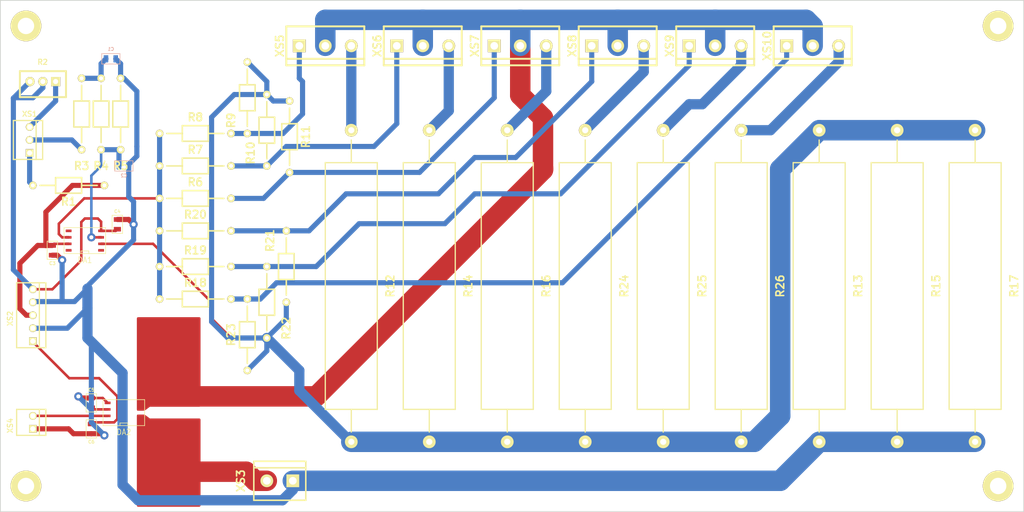
<source format=kicad_pcb>
(kicad_pcb (version 4) (host pcbnew 4.0.2+dfsg1-stable)

  (general
    (links 81)
    (no_connects 0)
    (area -0.075001 -0.075001 200.075001 100.075001)
    (thickness 1.6)
    (drawings 4)
    (tracks 230)
    (zones 0)
    (modules 48)
    (nets 31)
  )

  (page A4)
  (layers
    (0 F.Cu signal)
    (31 B.Cu signal)
    (32 B.Adhes user)
    (33 F.Adhes user)
    (34 B.Paste user)
    (35 F.Paste user)
    (36 B.SilkS user)
    (37 F.SilkS user)
    (38 B.Mask user)
    (39 F.Mask user)
    (40 Dwgs.User user)
    (41 Cmts.User user)
    (42 Eco1.User user)
    (43 Eco2.User user)
    (44 Edge.Cuts user)
    (45 Margin user)
    (46 B.CrtYd user)
    (47 F.CrtYd user)
    (48 B.Fab user)
    (49 F.Fab user)
  )

  (setup
    (last_trace_width 1)
    (user_trace_width 0.5)
    (user_trace_width 1)
    (user_trace_width 2)
    (user_trace_width 4)
    (trace_clearance 0.2)
    (zone_clearance 0.5)
    (zone_45_only no)
    (trace_min 0.2)
    (segment_width 0.2)
    (edge_width 0.15)
    (via_size 0.6)
    (via_drill 0.4)
    (via_min_size 0.4)
    (via_min_drill 0.3)
    (user_via 1.6 0.8)
    (uvia_size 0.3)
    (uvia_drill 0.1)
    (uvias_allowed no)
    (uvia_min_size 0.2)
    (uvia_min_drill 0.1)
    (pcb_text_width 0.3)
    (pcb_text_size 1.5 1.5)
    (mod_edge_width 0.15)
    (mod_text_size 1 1)
    (mod_text_width 0.15)
    (pad_size 1.80086 1.80086)
    (pad_drill 1)
    (pad_to_mask_clearance 0.2)
    (aux_axis_origin 0 0)
    (visible_elements FFFFFF7F)
    (pcbplotparams
      (layerselection 0x01000_80000001)
      (usegerberextensions false)
      (excludeedgelayer true)
      (linewidth 0.100000)
      (plotframeref false)
      (viasonmask false)
      (mode 1)
      (useauxorigin false)
      (hpglpennumber 1)
      (hpglpenspeed 20)
      (hpglpendiameter 15)
      (hpglpenoverlay 2)
      (psnegative false)
      (psa4output false)
      (plotreference true)
      (plotvalue true)
      (plotinvisibletext false)
      (padsonsilk false)
      (subtractmaskfromsilk false)
      (outputformat 1)
      (mirror false)
      (drillshape 0)
      (scaleselection 1)
      (outputdirectory ../../../Documents/GERBER_magnetometer/))
  )

  (net 0 "")
  (net 1 "Net-(C1-Pad1)")
  (net 2 /GND)
  (net 3 "Net-(C2-Pad1)")
  (net 4 /+15V)
  (net 5 /-15V)
  (net 6 "Net-(C5-Pad1)")
  (net 7 /+5V)
  (net 8 "Net-(DA1-Pad8)")
  (net 9 "Net-(DA1-Pad6)")
  (net 10 "Net-(DA1-Pad5)")
  (net 11 "Net-(DA1-Pad2)")
  (net 12 "Net-(DA1-Pad1)")
  (net 13 "Net-(DA2-Pad7)")
  (net 14 "Net-(DA2-Pad3)")
  (net 15 "Net-(DA2-Pad1)")
  (net 16 "Net-(R1-Pad2)")
  (net 17 "Net-(R2-Pad1)")
  (net 18 "Net-(R3-Pad1)")
  (net 19 "Net-(R11-Pad1)")
  (net 20 "Net-(R10-Pad1)")
  (net 21 "Net-(R8-Pad2)")
  (net 22 "Net-(R12-Pad1)")
  (net 23 "Net-(R14-Pad1)")
  (net 24 "Net-(R16-Pad1)")
  (net 25 "Net-(R18-Pad2)")
  (net 26 "Net-(R19-Pad2)")
  (net 27 "Net-(R20-Pad2)")
  (net 28 "Net-(R24-Pad1)")
  (net 29 "Net-(R25-Pad1)")
  (net 30 "Net-(R26-Pad1)")

  (net_class Default "This is the default net class."
    (clearance 0.2)
    (trace_width 0.25)
    (via_dia 0.6)
    (via_drill 0.4)
    (uvia_dia 0.3)
    (uvia_drill 0.1)
    (add_net /+15V)
    (add_net /+5V)
    (add_net /-15V)
    (add_net /GND)
    (add_net "Net-(C1-Pad1)")
    (add_net "Net-(C2-Pad1)")
    (add_net "Net-(C5-Pad1)")
    (add_net "Net-(DA1-Pad1)")
    (add_net "Net-(DA1-Pad2)")
    (add_net "Net-(DA1-Pad5)")
    (add_net "Net-(DA1-Pad6)")
    (add_net "Net-(DA1-Pad8)")
    (add_net "Net-(DA2-Pad1)")
    (add_net "Net-(DA2-Pad3)")
    (add_net "Net-(DA2-Pad7)")
    (add_net "Net-(R1-Pad2)")
    (add_net "Net-(R10-Pad1)")
    (add_net "Net-(R11-Pad1)")
    (add_net "Net-(R12-Pad1)")
    (add_net "Net-(R14-Pad1)")
    (add_net "Net-(R16-Pad1)")
    (add_net "Net-(R18-Pad2)")
    (add_net "Net-(R19-Pad2)")
    (add_net "Net-(R2-Pad1)")
    (add_net "Net-(R20-Pad2)")
    (add_net "Net-(R24-Pad1)")
    (add_net "Net-(R25-Pad1)")
    (add_net "Net-(R26-Pad1)")
    (add_net "Net-(R3-Pad1)")
    (add_net "Net-(R8-Pad2)")
  )

  (module IWsmd_case:SMD0805 (layer B.Cu) (tedit 58C8052E) (tstamp 58C7F926)
    (at 21.59 11.43)
    (path /5818CF9C)
    (attr smd)
    (fp_text reference C1 (at 0 -1.905) (layer B.SilkS)
      (effects (font (size 0.635 0.635) (thickness 0.127)) (justify mirror))
    )
    (fp_text value "1 мк" (at 0.254 -1.524) (layer B.SilkS) hide
      (effects (font (size 0.635 0.635) (thickness 0.127)) (justify mirror))
    )
    (fp_line (start 1.778 -1.016) (end 1.778 1.016) (layer B.SilkS) (width 0.127))
    (fp_line (start -1.778 -1.016) (end 1.778 -1.016) (layer B.SilkS) (width 0.127))
    (fp_line (start -1.778 1.016) (end -1.778 -1.016) (layer B.SilkS) (width 0.127))
    (fp_line (start -1.778 1.016) (end 1.778 1.016) (layer B.SilkS) (width 0.127))
    (pad 1 smd rect (at -0.9525 0) (size 0.889 1.397) (layers B.Cu B.Paste B.Mask)
      (net 1 "Net-(C1-Pad1)"))
    (pad 2 smd rect (at 0.9525 0) (size 0.889 1.397) (layers B.Cu B.Paste B.Mask)
      (net 2 /GND))
    (model smd/chip_cms.wrl
      (at (xyz 0 0 0))
      (scale (xyz 0.1 0.1 0.1))
      (rotate (xyz 0 0 0))
    )
  )

  (module IWsmd_case:SMD0805 (layer B.Cu) (tedit 58C80E68) (tstamp 58C7F92C)
    (at 24.13 32.385)
    (path /5818D569)
    (attr smd)
    (fp_text reference C2 (at 0 1.905 180) (layer B.SilkS)
      (effects (font (size 0.635 0.635) (thickness 0.127)) (justify mirror))
    )
    (fp_text value "1 мк" (at 0.254 -1.524) (layer B.SilkS) hide
      (effects (font (size 0.635 0.635) (thickness 0.127)) (justify mirror))
    )
    (fp_line (start 1.778 -1.016) (end 1.778 1.016) (layer B.SilkS) (width 0.127))
    (fp_line (start -1.778 -1.016) (end 1.778 -1.016) (layer B.SilkS) (width 0.127))
    (fp_line (start -1.778 1.016) (end -1.778 -1.016) (layer B.SilkS) (width 0.127))
    (fp_line (start -1.778 1.016) (end 1.778 1.016) (layer B.SilkS) (width 0.127))
    (pad 1 smd rect (at -0.9525 0) (size 0.889 1.397) (layers B.Cu B.Paste B.Mask)
      (net 3 "Net-(C2-Pad1)"))
    (pad 2 smd rect (at 0.9525 0) (size 0.889 1.397) (layers B.Cu B.Paste B.Mask)
      (net 2 /GND))
    (model smd/chip_cms.wrl
      (at (xyz 0 0 0))
      (scale (xyz 0.1 0.1 0.1))
      (rotate (xyz 0 0 0))
    )
  )

  (module IWsmd_case:SMD0805 (layer F.Cu) (tedit 58C8011B) (tstamp 58C7F932)
    (at 10.16 48.895 270)
    (path /5818AEA1)
    (attr smd)
    (fp_text reference C3 (at 2.54 0 360) (layer F.SilkS)
      (effects (font (size 0.635 0.635) (thickness 0.127)))
    )
    (fp_text value "0.1 мк" (at 0.254 1.524 270) (layer F.SilkS) hide
      (effects (font (size 0.635 0.635) (thickness 0.127)))
    )
    (fp_line (start 1.778 1.016) (end 1.778 -1.016) (layer F.SilkS) (width 0.127))
    (fp_line (start -1.778 1.016) (end 1.778 1.016) (layer F.SilkS) (width 0.127))
    (fp_line (start -1.778 -1.016) (end -1.778 1.016) (layer F.SilkS) (width 0.127))
    (fp_line (start -1.778 -1.016) (end 1.778 -1.016) (layer F.SilkS) (width 0.127))
    (pad 1 smd rect (at -0.9525 0 270) (size 0.889 1.397) (layers F.Cu F.Paste F.Mask)
      (net 4 /+15V))
    (pad 2 smd rect (at 0.9525 0 270) (size 0.889 1.397) (layers F.Cu F.Paste F.Mask)
      (net 2 /GND))
    (model smd/chip_cms.wrl
      (at (xyz 0 0 0))
      (scale (xyz 0.1 0.1 0.1))
      (rotate (xyz 0 0 0))
    )
  )

  (module IWsmd_case:SMD0805 (layer F.Cu) (tedit 58C80118) (tstamp 58C7F938)
    (at 22.86 43.815 90)
    (path /5818B20B)
    (attr smd)
    (fp_text reference C4 (at 2.54 0 180) (layer F.SilkS)
      (effects (font (size 0.635 0.635) (thickness 0.127)))
    )
    (fp_text value "0.1 мк" (at 0.254 1.524 90) (layer F.SilkS) hide
      (effects (font (size 0.635 0.635) (thickness 0.127)))
    )
    (fp_line (start 1.778 1.016) (end 1.778 -1.016) (layer F.SilkS) (width 0.127))
    (fp_line (start -1.778 1.016) (end 1.778 1.016) (layer F.SilkS) (width 0.127))
    (fp_line (start -1.778 -1.016) (end -1.778 1.016) (layer F.SilkS) (width 0.127))
    (fp_line (start -1.778 -1.016) (end 1.778 -1.016) (layer F.SilkS) (width 0.127))
    (pad 1 smd rect (at -0.9525 0 90) (size 0.889 1.397) (layers F.Cu F.Paste F.Mask)
      (net 5 /-15V))
    (pad 2 smd rect (at 0.9525 0 90) (size 0.889 1.397) (layers F.Cu F.Paste F.Mask)
      (net 2 /GND))
    (model smd/chip_cms.wrl
      (at (xyz 0 0 0))
      (scale (xyz 0.1 0.1 0.1))
      (rotate (xyz 0 0 0))
    )
  )

  (module IWsmd_case:SMD0805 (layer F.Cu) (tedit 58C80488) (tstamp 58C7F93E)
    (at 17.78 78.74 90)
    (path /58C6F3CA)
    (attr smd)
    (fp_text reference C5 (at 2.54 0 360) (layer F.SilkS)
      (effects (font (size 0.635 0.635) (thickness 0.127)))
    )
    (fp_text value "1000 п" (at 0.254 1.524 90) (layer F.SilkS) hide
      (effects (font (size 0.635 0.635) (thickness 0.127)))
    )
    (fp_line (start 1.778 1.016) (end 1.778 -1.016) (layer F.SilkS) (width 0.127))
    (fp_line (start -1.778 1.016) (end 1.778 1.016) (layer F.SilkS) (width 0.127))
    (fp_line (start -1.778 -1.016) (end -1.778 1.016) (layer F.SilkS) (width 0.127))
    (fp_line (start -1.778 -1.016) (end 1.778 -1.016) (layer F.SilkS) (width 0.127))
    (pad 1 smd rect (at -0.9525 0 90) (size 0.889 1.397) (layers F.Cu F.Paste F.Mask)
      (net 6 "Net-(C5-Pad1)"))
    (pad 2 smd rect (at 0.9525 0 90) (size 0.889 1.397) (layers F.Cu F.Paste F.Mask)
      (net 2 /GND))
    (model smd/chip_cms.wrl
      (at (xyz 0 0 0))
      (scale (xyz 0.1 0.1 0.1))
      (rotate (xyz 0 0 0))
    )
  )

  (module IWsmd_case:SMD0805 (layer F.Cu) (tedit 58C8047E) (tstamp 58C7F944)
    (at 17.78 83.82 270)
    (path /58C70387)
    (attr smd)
    (fp_text reference C6 (at 2.54 0 540) (layer F.SilkS)
      (effects (font (size 0.635 0.635) (thickness 0.127)))
    )
    (fp_text value "0.1 мк" (at 0.254 1.524 270) (layer F.SilkS) hide
      (effects (font (size 0.635 0.635) (thickness 0.127)))
    )
    (fp_line (start 1.778 1.016) (end 1.778 -1.016) (layer F.SilkS) (width 0.127))
    (fp_line (start -1.778 1.016) (end 1.778 1.016) (layer F.SilkS) (width 0.127))
    (fp_line (start -1.778 -1.016) (end -1.778 1.016) (layer F.SilkS) (width 0.127))
    (fp_line (start -1.778 -1.016) (end 1.778 -1.016) (layer F.SilkS) (width 0.127))
    (pad 1 smd rect (at -0.9525 0 270) (size 0.889 1.397) (layers F.Cu F.Paste F.Mask)
      (net 7 /+5V))
    (pad 2 smd rect (at 0.9525 0 270) (size 0.889 1.397) (layers F.Cu F.Paste F.Mask)
      (net 2 /GND))
    (model smd/chip_cms.wrl
      (at (xyz 0 0 0))
      (scale (xyz 0.1 0.1 0.1))
      (rotate (xyz 0 0 0))
    )
  )

  (module IWsmd_case:SOIC8 (layer F.Cu) (tedit 58C8012B) (tstamp 58C7F950)
    (at 16.51 46.99 90)
    (descr "Module CMS SOJ 8 pins large")
    (tags "CMS SOJ")
    (path /5818AAF8)
    (attr smd)
    (fp_text reference DA1 (at -3.81 0 180) (layer F.SilkS)
      (effects (font (size 1.143 1.016) (thickness 0.127)))
    )
    (fp_text value OP07 (at -3.429 0 180) (layer F.SilkS) hide
      (effects (font (size 1.016 1.016) (thickness 0.127)))
    )
    (fp_line (start -2.032 -0.762) (end -2.032 0.762) (layer F.SilkS) (width 0.127))
    (fp_line (start -2.54 4.064) (end -2.54 -4.064) (layer F.SilkS) (width 0.127))
    (fp_line (start 2.54 4.064) (end 2.54 -4.064) (layer F.SilkS) (width 0.127))
    (fp_line (start -2.54 -4.064) (end 2.54 -4.064) (layer F.SilkS) (width 0.127))
    (fp_line (start 2.54 4.064) (end -2.54 4.064) (layer F.SilkS) (width 0.127))
    (fp_line (start -2.54 -0.762) (end -2.032 -0.762) (layer F.SilkS) (width 0.127))
    (fp_line (start -2.032 0.762) (end -2.54 0.762) (layer F.SilkS) (width 0.127))
    (pad 8 smd rect (at -1.905 -3.175 90) (size 0.508 1.143) (layers F.Cu F.Paste F.Mask)
      (net 8 "Net-(DA1-Pad8)"))
    (pad 7 smd rect (at -0.635 -3.175 90) (size 0.508 1.143) (layers F.Cu F.Paste F.Mask)
      (net 4 /+15V))
    (pad 6 smd rect (at 0.635 -3.175 90) (size 0.508 1.143) (layers F.Cu F.Paste F.Mask)
      (net 9 "Net-(DA1-Pad6)"))
    (pad 5 smd rect (at 1.905 -3.175 90) (size 0.508 1.143) (layers F.Cu F.Paste F.Mask)
      (net 10 "Net-(DA1-Pad5)"))
    (pad 4 smd rect (at 1.905 3.175 90) (size 0.508 1.143) (layers F.Cu F.Paste F.Mask)
      (net 5 /-15V))
    (pad 3 smd rect (at 0.635 3.175 90) (size 0.508 1.143) (layers F.Cu F.Paste F.Mask)
      (net 3 "Net-(C2-Pad1)"))
    (pad 2 smd rect (at -0.635 3.175 90) (size 0.508 1.143) (layers F.Cu F.Paste F.Mask)
      (net 11 "Net-(DA1-Pad2)"))
    (pad 1 smd rect (at -1.905 3.175 90) (size 0.508 1.143) (layers F.Cu F.Paste F.Mask)
      (net 12 "Net-(DA1-Pad1)"))
    (model smd/cms_so8.wrl
      (at (xyz 0 0 0))
      (scale (xyz 0.5 0.38 0.5))
      (rotate (xyz 0 0 0))
    )
  )

  (module IWsmd_case:SOIC8 (layer F.Cu) (tedit 58C8048C) (tstamp 58C7F95C)
    (at 24.13 80.645 90)
    (descr "Module CMS SOJ 8 pins large")
    (tags "CMS SOJ")
    (path /58C6C980)
    (attr smd)
    (fp_text reference DA2 (at -3.81 0 180) (layer F.SilkS)
      (effects (font (size 1.143 1.016) (thickness 0.127)))
    )
    (fp_text value ACS712ELCTR-20A-T (at -3.429 0 180) (layer F.SilkS) hide
      (effects (font (size 1.016 1.016) (thickness 0.127)))
    )
    (fp_line (start -2.032 -0.762) (end -2.032 0.762) (layer F.SilkS) (width 0.127))
    (fp_line (start -2.54 4.064) (end -2.54 -4.064) (layer F.SilkS) (width 0.127))
    (fp_line (start 2.54 4.064) (end 2.54 -4.064) (layer F.SilkS) (width 0.127))
    (fp_line (start -2.54 -4.064) (end 2.54 -4.064) (layer F.SilkS) (width 0.127))
    (fp_line (start 2.54 4.064) (end -2.54 4.064) (layer F.SilkS) (width 0.127))
    (fp_line (start -2.54 -0.762) (end -2.032 -0.762) (layer F.SilkS) (width 0.127))
    (fp_line (start -2.032 0.762) (end -2.54 0.762) (layer F.SilkS) (width 0.127))
    (pad 8 smd rect (at -1.905 -3.175 90) (size 0.508 1.143) (layers F.Cu F.Paste F.Mask)
      (net 7 /+5V))
    (pad 7 smd rect (at -0.635 -3.175 90) (size 0.508 1.143) (layers F.Cu F.Paste F.Mask)
      (net 13 "Net-(DA2-Pad7)"))
    (pad 6 smd rect (at 0.635 -3.175 90) (size 0.508 1.143) (layers F.Cu F.Paste F.Mask)
      (net 6 "Net-(C5-Pad1)"))
    (pad 5 smd rect (at 1.905 -3.175 90) (size 0.508 1.143) (layers F.Cu F.Paste F.Mask)
      (net 2 /GND))
    (pad 4 smd rect (at 1.905 3.175 90) (size 0.508 1.143) (layers F.Cu F.Paste F.Mask)
      (net 14 "Net-(DA2-Pad3)"))
    (pad 3 smd rect (at 0.635 3.175 90) (size 0.508 1.143) (layers F.Cu F.Paste F.Mask)
      (net 14 "Net-(DA2-Pad3)"))
    (pad 2 smd rect (at -0.635 3.175 90) (size 0.508 1.143) (layers F.Cu F.Paste F.Mask)
      (net 15 "Net-(DA2-Pad1)"))
    (pad 1 smd rect (at -1.905 3.175 90) (size 0.508 1.143) (layers F.Cu F.Paste F.Mask)
      (net 15 "Net-(DA2-Pad1)"))
    (model smd/cms_so8.wrl
      (at (xyz 0 0 0))
      (scale (xyz 0.5 0.38 0.5))
      (rotate (xyz 0 0 0))
    )
  )

  (module IWcomponents:RESISTOR_0.25W (layer F.Cu) (tedit 554A4B46) (tstamp 58C7F962)
    (at 13.335 36.195 180)
    (descr "Bornier d'alimentation 2 pins")
    (tags DEV)
    (path /5818EB47)
    (fp_text reference R1 (at 0 -3.175 180) (layer F.SilkS)
      (effects (font (thickness 0.3048)))
    )
    (fp_text value "7.8 к" (at 0 3.81 180) (layer F.SilkS) hide
      (effects (font (thickness 0.3048)))
    )
    (fp_line (start -5.588 0) (end -2.54 0) (layer F.SilkS) (width 0.3048))
    (fp_line (start 2.54 0) (end 5.588 0) (layer F.SilkS) (width 0.3048))
    (fp_line (start -2.54 1.524) (end 2.54 1.524) (layer F.SilkS) (width 0.3048))
    (fp_line (start 2.54 1.524) (end 2.54 -1.524) (layer F.SilkS) (width 0.3048))
    (fp_line (start -2.54 1.524) (end -2.54 -1.524) (layer F.SilkS) (width 0.3048))
    (fp_line (start -2.54 -1.524) (end 2.54 -1.524) (layer F.SilkS) (width 0.3048))
    (pad 1 thru_hole circle (at -6.985 0 180) (size 1.5 1.5) (drill 0.8) (layers *.Cu *.Mask F.SilkS)
      (net 4 /+15V))
    (pad 2 thru_hole circle (at 6.985 0 180) (size 1.5 1.5) (drill 0.8) (layers *.Cu *.Mask F.SilkS)
      (net 16 "Net-(R1-Pad2)"))
  )

  (module IWcomponents:Electron_3296W (layer F.Cu) (tedit 58C9429E) (tstamp 58C7F969)
    (at 10.795 15.875 180)
    (descr "Condensateur e = 1 pas")
    (tags C)
    (path /5821F935)
    (fp_text reference R2 (at 2.54 3.81 180) (layer F.SilkS)
      (effects (font (size 1.016 1.016) (thickness 0.2032)))
    )
    (fp_text value "10 к" (at 2.032 3.048 180) (layer F.SilkS) hide
      (effects (font (size 1.016 1.016) (thickness 0.2032)))
    )
    (fp_line (start 6.985 2.032) (end -2.032 2.032) (layer F.SilkS) (width 0.381))
    (fp_line (start -2.032 -3.048) (end 6.985 -3.048) (layer F.SilkS) (width 0.381))
    (fp_line (start 6.985 2.032) (end 6.985 -3.048) (layer F.SilkS) (width 0.381))
    (fp_line (start -2.032 2.032) (end -2.032 -3.048) (layer F.SilkS) (width 0.381))
    (pad 3 thru_hole circle (at 5.00126 0 180) (size 1.80086 1.80086) (drill 1) (layers *.Cu *.Mask F.SilkS)
      (net 5 /-15V))
    (pad 1 thru_hole rect (at 0 0 180) (size 1.80086 1.80086) (drill 1) (layers *.Cu *.Mask F.SilkS)
      (net 17 "Net-(R2-Pad1)"))
    (pad 2 thru_hole circle (at 2.49936 0 180) (size 1.80086 1.80086) (drill 1) (layers *.Cu *.Mask F.SilkS)
      (net 5 /-15V))
  )

  (module IWcomponents:RESISTOR_0.25W (layer F.Cu) (tedit 58C800D1) (tstamp 58C7F96F)
    (at 15.875 22.225 90)
    (descr "Bornier d'alimentation 2 pins")
    (tags DEV)
    (path /5818D4E1)
    (fp_text reference R3 (at -10.16 0 180) (layer F.SilkS)
      (effects (font (thickness 0.3048)))
    )
    (fp_text value "10 к" (at 0 3.81 90) (layer F.SilkS) hide
      (effects (font (thickness 0.3048)))
    )
    (fp_line (start -5.588 0) (end -2.54 0) (layer F.SilkS) (width 0.3048))
    (fp_line (start 2.54 0) (end 5.588 0) (layer F.SilkS) (width 0.3048))
    (fp_line (start -2.54 1.524) (end 2.54 1.524) (layer F.SilkS) (width 0.3048))
    (fp_line (start 2.54 1.524) (end 2.54 -1.524) (layer F.SilkS) (width 0.3048))
    (fp_line (start -2.54 1.524) (end -2.54 -1.524) (layer F.SilkS) (width 0.3048))
    (fp_line (start -2.54 -1.524) (end 2.54 -1.524) (layer F.SilkS) (width 0.3048))
    (pad 1 thru_hole circle (at -6.985 0 90) (size 1.5 1.5) (drill 0.8) (layers *.Cu *.Mask F.SilkS)
      (net 18 "Net-(R3-Pad1)"))
    (pad 2 thru_hole circle (at 6.985 0 90) (size 1.5 1.5) (drill 0.8) (layers *.Cu *.Mask F.SilkS)
      (net 1 "Net-(C1-Pad1)"))
  )

  (module IWcomponents:RESISTOR_0.25W (layer F.Cu) (tedit 58C800CE) (tstamp 58C7F975)
    (at 19.685 22.225 270)
    (descr "Bornier d'alimentation 2 pins")
    (tags DEV)
    (path /5818D2D1)
    (fp_text reference R4 (at 10.16 0 360) (layer F.SilkS)
      (effects (font (thickness 0.3048)))
    )
    (fp_text value "10 к" (at 0 3.81 270) (layer F.SilkS) hide
      (effects (font (thickness 0.3048)))
    )
    (fp_line (start -5.588 0) (end -2.54 0) (layer F.SilkS) (width 0.3048))
    (fp_line (start 2.54 0) (end 5.588 0) (layer F.SilkS) (width 0.3048))
    (fp_line (start -2.54 1.524) (end 2.54 1.524) (layer F.SilkS) (width 0.3048))
    (fp_line (start 2.54 1.524) (end 2.54 -1.524) (layer F.SilkS) (width 0.3048))
    (fp_line (start -2.54 1.524) (end -2.54 -1.524) (layer F.SilkS) (width 0.3048))
    (fp_line (start -2.54 -1.524) (end 2.54 -1.524) (layer F.SilkS) (width 0.3048))
    (pad 1 thru_hole circle (at -6.985 0 270) (size 1.5 1.5) (drill 0.8) (layers *.Cu *.Mask F.SilkS)
      (net 1 "Net-(C1-Pad1)"))
    (pad 2 thru_hole circle (at 6.985 0 270) (size 1.5 1.5) (drill 0.8) (layers *.Cu *.Mask F.SilkS)
      (net 3 "Net-(C2-Pad1)"))
  )

  (module IWcomponents:RESISTOR_0.25W (layer F.Cu) (tedit 58C800E2) (tstamp 58C7F97B)
    (at 23.495 22.225 90)
    (descr "Bornier d'alimentation 2 pins")
    (tags DEV)
    (path /5818DCD2)
    (fp_text reference R5 (at -10.16 0 180) (layer F.SilkS)
      (effects (font (thickness 0.3048)))
    )
    (fp_text value "100 к" (at 0 3.81 90) (layer F.SilkS) hide
      (effects (font (thickness 0.3048)))
    )
    (fp_line (start -5.588 0) (end -2.54 0) (layer F.SilkS) (width 0.3048))
    (fp_line (start 2.54 0) (end 5.588 0) (layer F.SilkS) (width 0.3048))
    (fp_line (start -2.54 1.524) (end 2.54 1.524) (layer F.SilkS) (width 0.3048))
    (fp_line (start 2.54 1.524) (end 2.54 -1.524) (layer F.SilkS) (width 0.3048))
    (fp_line (start -2.54 1.524) (end -2.54 -1.524) (layer F.SilkS) (width 0.3048))
    (fp_line (start -2.54 -1.524) (end 2.54 -1.524) (layer F.SilkS) (width 0.3048))
    (pad 1 thru_hole circle (at -6.985 0 90) (size 1.5 1.5) (drill 0.8) (layers *.Cu *.Mask F.SilkS)
      (net 3 "Net-(C2-Pad1)"))
    (pad 2 thru_hole circle (at 6.985 0 90) (size 1.5 1.5) (drill 0.8) (layers *.Cu *.Mask F.SilkS)
      (net 2 /GND))
  )

  (module IWcomponents:RESISTOR_0.25W (layer F.Cu) (tedit 554A4B46) (tstamp 58C7F981)
    (at 38.1 38.735)
    (descr "Bornier d'alimentation 2 pins")
    (tags DEV)
    (path /58189310)
    (fp_text reference R6 (at 0 -3.175) (layer F.SilkS)
      (effects (font (thickness 0.3048)))
    )
    (fp_text value 100 (at 0 3.81) (layer F.SilkS) hide
      (effects (font (thickness 0.3048)))
    )
    (fp_line (start -5.588 0) (end -2.54 0) (layer F.SilkS) (width 0.3048))
    (fp_line (start 2.54 0) (end 5.588 0) (layer F.SilkS) (width 0.3048))
    (fp_line (start -2.54 1.524) (end 2.54 1.524) (layer F.SilkS) (width 0.3048))
    (fp_line (start 2.54 1.524) (end 2.54 -1.524) (layer F.SilkS) (width 0.3048))
    (fp_line (start -2.54 1.524) (end -2.54 -1.524) (layer F.SilkS) (width 0.3048))
    (fp_line (start -2.54 -1.524) (end 2.54 -1.524) (layer F.SilkS) (width 0.3048))
    (pad 1 thru_hole circle (at -6.985 0) (size 1.5 1.5) (drill 0.8) (layers *.Cu *.Mask F.SilkS)
      (net 9 "Net-(DA1-Pad6)"))
    (pad 2 thru_hole circle (at 6.985 0) (size 1.5 1.5) (drill 0.8) (layers *.Cu *.Mask F.SilkS)
      (net 19 "Net-(R11-Pad1)"))
  )

  (module IWcomponents:RESISTOR_0.25W (layer F.Cu) (tedit 554A4B46) (tstamp 58C7F987)
    (at 38.1 32.385)
    (descr "Bornier d'alimentation 2 pins")
    (tags DEV)
    (path /581892A8)
    (fp_text reference R7 (at 0 -3.175) (layer F.SilkS)
      (effects (font (thickness 0.3048)))
    )
    (fp_text value 100 (at 0 3.81) (layer F.SilkS) hide
      (effects (font (thickness 0.3048)))
    )
    (fp_line (start -5.588 0) (end -2.54 0) (layer F.SilkS) (width 0.3048))
    (fp_line (start 2.54 0) (end 5.588 0) (layer F.SilkS) (width 0.3048))
    (fp_line (start -2.54 1.524) (end 2.54 1.524) (layer F.SilkS) (width 0.3048))
    (fp_line (start 2.54 1.524) (end 2.54 -1.524) (layer F.SilkS) (width 0.3048))
    (fp_line (start -2.54 1.524) (end -2.54 -1.524) (layer F.SilkS) (width 0.3048))
    (fp_line (start -2.54 -1.524) (end 2.54 -1.524) (layer F.SilkS) (width 0.3048))
    (pad 1 thru_hole circle (at -6.985 0) (size 1.5 1.5) (drill 0.8) (layers *.Cu *.Mask F.SilkS)
      (net 9 "Net-(DA1-Pad6)"))
    (pad 2 thru_hole circle (at 6.985 0) (size 1.5 1.5) (drill 0.8) (layers *.Cu *.Mask F.SilkS)
      (net 20 "Net-(R10-Pad1)"))
  )

  (module IWcomponents:RESISTOR_0.25W (layer F.Cu) (tedit 554A4B46) (tstamp 58C7F98D)
    (at 38.1 26.035)
    (descr "Bornier d'alimentation 2 pins")
    (tags DEV)
    (path /5818919A)
    (fp_text reference R8 (at 0 -3.175) (layer F.SilkS)
      (effects (font (thickness 0.3048)))
    )
    (fp_text value 100 (at 0 3.81) (layer F.SilkS) hide
      (effects (font (thickness 0.3048)))
    )
    (fp_line (start -5.588 0) (end -2.54 0) (layer F.SilkS) (width 0.3048))
    (fp_line (start 2.54 0) (end 5.588 0) (layer F.SilkS) (width 0.3048))
    (fp_line (start -2.54 1.524) (end 2.54 1.524) (layer F.SilkS) (width 0.3048))
    (fp_line (start 2.54 1.524) (end 2.54 -1.524) (layer F.SilkS) (width 0.3048))
    (fp_line (start -2.54 1.524) (end -2.54 -1.524) (layer F.SilkS) (width 0.3048))
    (fp_line (start -2.54 -1.524) (end 2.54 -1.524) (layer F.SilkS) (width 0.3048))
    (pad 1 thru_hole circle (at -6.985 0) (size 1.5 1.5) (drill 0.8) (layers *.Cu *.Mask F.SilkS)
      (net 9 "Net-(DA1-Pad6)"))
    (pad 2 thru_hole circle (at 6.985 0) (size 1.5 1.5) (drill 0.8) (layers *.Cu *.Mask F.SilkS)
      (net 21 "Net-(R8-Pad2)"))
  )

  (module IWcomponents:RESISTOR_0.25W (layer F.Cu) (tedit 58C80605) (tstamp 58C7F993)
    (at 48.26 19.05 90)
    (descr "Bornier d'alimentation 2 pins")
    (tags DEV)
    (path /5818B7B7)
    (fp_text reference R9 (at -4.445 -3.175 90) (layer F.SilkS)
      (effects (font (thickness 0.3048)))
    )
    (fp_text value "100 к" (at 0 3.81 90) (layer F.SilkS) hide
      (effects (font (thickness 0.3048)))
    )
    (fp_line (start -5.588 0) (end -2.54 0) (layer F.SilkS) (width 0.3048))
    (fp_line (start 2.54 0) (end 5.588 0) (layer F.SilkS) (width 0.3048))
    (fp_line (start -2.54 1.524) (end 2.54 1.524) (layer F.SilkS) (width 0.3048))
    (fp_line (start 2.54 1.524) (end 2.54 -1.524) (layer F.SilkS) (width 0.3048))
    (fp_line (start -2.54 1.524) (end -2.54 -1.524) (layer F.SilkS) (width 0.3048))
    (fp_line (start -2.54 -1.524) (end 2.54 -1.524) (layer F.SilkS) (width 0.3048))
    (pad 1 thru_hole circle (at -6.985 0 90) (size 1.5 1.5) (drill 0.8) (layers *.Cu *.Mask F.SilkS)
      (net 21 "Net-(R8-Pad2)"))
    (pad 2 thru_hole circle (at 6.985 0 90) (size 1.5 1.5) (drill 0.8) (layers *.Cu *.Mask F.SilkS)
      (net 11 "Net-(DA1-Pad2)"))
  )

  (module IWcomponents:RESISTOR_0.25W (layer F.Cu) (tedit 58C809E3) (tstamp 58C7F999)
    (at 52.07 25.4 90)
    (descr "Bornier d'alimentation 2 pins")
    (tags DEV)
    (path /5818BB4C)
    (fp_text reference R10 (at -4.445 -3.175 90) (layer F.SilkS)
      (effects (font (thickness 0.3048)))
    )
    (fp_text value "100 к" (at 0 3.81 90) (layer F.SilkS) hide
      (effects (font (thickness 0.3048)))
    )
    (fp_line (start -5.588 0) (end -2.54 0) (layer F.SilkS) (width 0.3048))
    (fp_line (start 2.54 0) (end 5.588 0) (layer F.SilkS) (width 0.3048))
    (fp_line (start -2.54 1.524) (end 2.54 1.524) (layer F.SilkS) (width 0.3048))
    (fp_line (start 2.54 1.524) (end 2.54 -1.524) (layer F.SilkS) (width 0.3048))
    (fp_line (start -2.54 1.524) (end -2.54 -1.524) (layer F.SilkS) (width 0.3048))
    (fp_line (start -2.54 -1.524) (end 2.54 -1.524) (layer F.SilkS) (width 0.3048))
    (pad 1 thru_hole circle (at -6.985 0 90) (size 1.5 1.5) (drill 0.8) (layers *.Cu *.Mask F.SilkS)
      (net 20 "Net-(R10-Pad1)"))
    (pad 2 thru_hole circle (at 6.985 0 90) (size 1.5 1.5) (drill 0.8) (layers *.Cu *.Mask F.SilkS)
      (net 11 "Net-(DA1-Pad2)"))
  )

  (module IWcomponents:RESISTOR_0.25W (layer F.Cu) (tedit 58C809E7) (tstamp 58C7F99F)
    (at 56.515 26.67 90)
    (descr "Bornier d'alimentation 2 pins")
    (tags DEV)
    (path /5818C02C)
    (fp_text reference R11 (at 0 3.175 90) (layer F.SilkS)
      (effects (font (thickness 0.3048)))
    )
    (fp_text value "100 к" (at 0 3.81 90) (layer F.SilkS) hide
      (effects (font (thickness 0.3048)))
    )
    (fp_line (start -5.588 0) (end -2.54 0) (layer F.SilkS) (width 0.3048))
    (fp_line (start 2.54 0) (end 5.588 0) (layer F.SilkS) (width 0.3048))
    (fp_line (start -2.54 1.524) (end 2.54 1.524) (layer F.SilkS) (width 0.3048))
    (fp_line (start 2.54 1.524) (end 2.54 -1.524) (layer F.SilkS) (width 0.3048))
    (fp_line (start -2.54 1.524) (end -2.54 -1.524) (layer F.SilkS) (width 0.3048))
    (fp_line (start -2.54 -1.524) (end 2.54 -1.524) (layer F.SilkS) (width 0.3048))
    (pad 1 thru_hole circle (at -6.985 0 90) (size 1.5 1.5) (drill 0.8) (layers *.Cu *.Mask F.SilkS)
      (net 19 "Net-(R11-Pad1)"))
    (pad 2 thru_hole circle (at 6.985 0 90) (size 1.5 1.5) (drill 0.8) (layers *.Cu *.Mask F.SilkS)
      (net 11 "Net-(DA1-Pad2)"))
  )

  (module IWcomponents:RESISTOR_10W (layer F.Cu) (tedit 58C7F75B) (tstamp 58C7F9AB)
    (at 68.58 55.88 270)
    (descr "Bornier d'alimentation 2 pins")
    (tags DEV)
    (path /5818982B)
    (fp_text reference R12 (at 0 -7.62 270) (layer F.SilkS)
      (effects (font (thickness 0.3048)))
    )
    (fp_text value 0.33 (at 0 6.985 270) (layer F.SilkS) hide
      (effects (font (thickness 0.3048)))
    )
    (fp_line (start 24.13 0) (end 28.575 0) (layer F.SilkS) (width 0.25))
    (fp_line (start -24.13 0) (end -28.575 0) (layer F.SilkS) (width 0.25))
    (fp_line (start 24.13 -5.08) (end 24.13 5.08) (layer F.SilkS) (width 0.25))
    (fp_line (start -24.13 5.08) (end 24.13 5.08) (layer F.SilkS) (width 0.25))
    (fp_line (start -24.13 -5.08) (end 24.13 -5.08) (layer F.SilkS) (width 0.25))
    (fp_line (start -24.13 -5.08) (end -24.13 5.08) (layer F.SilkS) (width 0.25))
    (pad 1 thru_hole circle (at -30.48 0 270) (size 2.5 2.5) (drill 1.2) (layers *.Cu *.Mask F.SilkS)
      (net 22 "Net-(R12-Pad1)"))
    (pad 2 thru_hole circle (at 30.48 0 270) (size 2.5 2.5) (drill 1.2) (layers *.Cu *.Mask F.SilkS)
      (net 11 "Net-(DA1-Pad2)"))
  )

  (module IWcomponents:RESISTOR_10W (layer F.Cu) (tedit 58C7F75B) (tstamp 58C7F9B7)
    (at 160.02 55.88 270)
    (descr "Bornier d'alimentation 2 pins")
    (tags DEV)
    (path /5818A6EC)
    (fp_text reference R13 (at 0 -7.62 270) (layer F.SilkS)
      (effects (font (thickness 0.3048)))
    )
    (fp_text value 0.33 (at 0 6.985 270) (layer F.SilkS) hide
      (effects (font (thickness 0.3048)))
    )
    (fp_line (start 24.13 0) (end 28.575 0) (layer F.SilkS) (width 0.25))
    (fp_line (start -24.13 0) (end -28.575 0) (layer F.SilkS) (width 0.25))
    (fp_line (start 24.13 -5.08) (end 24.13 5.08) (layer F.SilkS) (width 0.25))
    (fp_line (start -24.13 5.08) (end 24.13 5.08) (layer F.SilkS) (width 0.25))
    (fp_line (start -24.13 -5.08) (end 24.13 -5.08) (layer F.SilkS) (width 0.25))
    (fp_line (start -24.13 -5.08) (end -24.13 5.08) (layer F.SilkS) (width 0.25))
    (pad 1 thru_hole circle (at -30.48 0 270) (size 2.5 2.5) (drill 1.2) (layers *.Cu *.Mask F.SilkS)
      (net 11 "Net-(DA1-Pad2)"))
    (pad 2 thru_hole circle (at 30.48 0 270) (size 2.5 2.5) (drill 1.2) (layers *.Cu *.Mask F.SilkS)
      (net 2 /GND))
  )

  (module IWcomponents:RESISTOR_10W (layer F.Cu) (tedit 58C7F75B) (tstamp 58C7F9C3)
    (at 83.82 55.88 270)
    (descr "Bornier d'alimentation 2 pins")
    (tags DEV)
    (path /58189A30)
    (fp_text reference R14 (at 0 -7.62 270) (layer F.SilkS)
      (effects (font (thickness 0.3048)))
    )
    (fp_text value 0.33 (at 0 6.985 270) (layer F.SilkS) hide
      (effects (font (thickness 0.3048)))
    )
    (fp_line (start 24.13 0) (end 28.575 0) (layer F.SilkS) (width 0.25))
    (fp_line (start -24.13 0) (end -28.575 0) (layer F.SilkS) (width 0.25))
    (fp_line (start 24.13 -5.08) (end 24.13 5.08) (layer F.SilkS) (width 0.25))
    (fp_line (start -24.13 5.08) (end 24.13 5.08) (layer F.SilkS) (width 0.25))
    (fp_line (start -24.13 -5.08) (end 24.13 -5.08) (layer F.SilkS) (width 0.25))
    (fp_line (start -24.13 -5.08) (end -24.13 5.08) (layer F.SilkS) (width 0.25))
    (pad 1 thru_hole circle (at -30.48 0 270) (size 2.5 2.5) (drill 1.2) (layers *.Cu *.Mask F.SilkS)
      (net 23 "Net-(R14-Pad1)"))
    (pad 2 thru_hole circle (at 30.48 0 270) (size 2.5 2.5) (drill 1.2) (layers *.Cu *.Mask F.SilkS)
      (net 11 "Net-(DA1-Pad2)"))
  )

  (module IWcomponents:RESISTOR_10W (layer F.Cu) (tedit 58C7F75B) (tstamp 58C7F9CF)
    (at 175.26 55.88 270)
    (descr "Bornier d'alimentation 2 pins")
    (tags DEV)
    (path /5818A5B8)
    (fp_text reference R15 (at 0 -7.62 270) (layer F.SilkS)
      (effects (font (thickness 0.3048)))
    )
    (fp_text value 0.33 (at 0 6.985 270) (layer F.SilkS) hide
      (effects (font (thickness 0.3048)))
    )
    (fp_line (start 24.13 0) (end 28.575 0) (layer F.SilkS) (width 0.25))
    (fp_line (start -24.13 0) (end -28.575 0) (layer F.SilkS) (width 0.25))
    (fp_line (start 24.13 -5.08) (end 24.13 5.08) (layer F.SilkS) (width 0.25))
    (fp_line (start -24.13 5.08) (end 24.13 5.08) (layer F.SilkS) (width 0.25))
    (fp_line (start -24.13 -5.08) (end 24.13 -5.08) (layer F.SilkS) (width 0.25))
    (fp_line (start -24.13 -5.08) (end -24.13 5.08) (layer F.SilkS) (width 0.25))
    (pad 1 thru_hole circle (at -30.48 0 270) (size 2.5 2.5) (drill 1.2) (layers *.Cu *.Mask F.SilkS)
      (net 11 "Net-(DA1-Pad2)"))
    (pad 2 thru_hole circle (at 30.48 0 270) (size 2.5 2.5) (drill 1.2) (layers *.Cu *.Mask F.SilkS)
      (net 2 /GND))
  )

  (module IWcomponents:RESISTOR_10W (layer F.Cu) (tedit 58C7F75B) (tstamp 58C7F9DB)
    (at 99.06 55.88 270)
    (descr "Bornier d'alimentation 2 pins")
    (tags DEV)
    (path /58189ABA)
    (fp_text reference R16 (at 0 -7.62 270) (layer F.SilkS)
      (effects (font (thickness 0.3048)))
    )
    (fp_text value 0.33 (at 0 6.985 270) (layer F.SilkS) hide
      (effects (font (thickness 0.3048)))
    )
    (fp_line (start 24.13 0) (end 28.575 0) (layer F.SilkS) (width 0.25))
    (fp_line (start -24.13 0) (end -28.575 0) (layer F.SilkS) (width 0.25))
    (fp_line (start 24.13 -5.08) (end 24.13 5.08) (layer F.SilkS) (width 0.25))
    (fp_line (start -24.13 5.08) (end 24.13 5.08) (layer F.SilkS) (width 0.25))
    (fp_line (start -24.13 -5.08) (end 24.13 -5.08) (layer F.SilkS) (width 0.25))
    (fp_line (start -24.13 -5.08) (end -24.13 5.08) (layer F.SilkS) (width 0.25))
    (pad 1 thru_hole circle (at -30.48 0 270) (size 2.5 2.5) (drill 1.2) (layers *.Cu *.Mask F.SilkS)
      (net 24 "Net-(R16-Pad1)"))
    (pad 2 thru_hole circle (at 30.48 0 270) (size 2.5 2.5) (drill 1.2) (layers *.Cu *.Mask F.SilkS)
      (net 11 "Net-(DA1-Pad2)"))
  )

  (module IWcomponents:RESISTOR_10W (layer F.Cu) (tedit 58C7F75B) (tstamp 58C7F9E7)
    (at 190.5 55.88 270)
    (descr "Bornier d'alimentation 2 pins")
    (tags DEV)
    (path /58189F54)
    (fp_text reference R17 (at 0 -7.62 270) (layer F.SilkS)
      (effects (font (thickness 0.3048)))
    )
    (fp_text value 0.33 (at 0 6.985 270) (layer F.SilkS) hide
      (effects (font (thickness 0.3048)))
    )
    (fp_line (start 24.13 0) (end 28.575 0) (layer F.SilkS) (width 0.25))
    (fp_line (start -24.13 0) (end -28.575 0) (layer F.SilkS) (width 0.25))
    (fp_line (start 24.13 -5.08) (end 24.13 5.08) (layer F.SilkS) (width 0.25))
    (fp_line (start -24.13 5.08) (end 24.13 5.08) (layer F.SilkS) (width 0.25))
    (fp_line (start -24.13 -5.08) (end 24.13 -5.08) (layer F.SilkS) (width 0.25))
    (fp_line (start -24.13 -5.08) (end -24.13 5.08) (layer F.SilkS) (width 0.25))
    (pad 1 thru_hole circle (at -30.48 0 270) (size 2.5 2.5) (drill 1.2) (layers *.Cu *.Mask F.SilkS)
      (net 11 "Net-(DA1-Pad2)"))
    (pad 2 thru_hole circle (at 30.48 0 270) (size 2.5 2.5) (drill 1.2) (layers *.Cu *.Mask F.SilkS)
      (net 2 /GND))
  )

  (module IWcomponents:RESISTOR_0.25W (layer F.Cu) (tedit 554A4B46) (tstamp 58C7F9ED)
    (at 38.1 58.42)
    (descr "Bornier d'alimentation 2 pins")
    (tags DEV)
    (path /58249CB9)
    (fp_text reference R18 (at 0 -3.175) (layer F.SilkS)
      (effects (font (thickness 0.3048)))
    )
    (fp_text value 100 (at 0 3.81) (layer F.SilkS) hide
      (effects (font (thickness 0.3048)))
    )
    (fp_line (start -5.588 0) (end -2.54 0) (layer F.SilkS) (width 0.3048))
    (fp_line (start 2.54 0) (end 5.588 0) (layer F.SilkS) (width 0.3048))
    (fp_line (start -2.54 1.524) (end 2.54 1.524) (layer F.SilkS) (width 0.3048))
    (fp_line (start 2.54 1.524) (end 2.54 -1.524) (layer F.SilkS) (width 0.3048))
    (fp_line (start -2.54 1.524) (end -2.54 -1.524) (layer F.SilkS) (width 0.3048))
    (fp_line (start -2.54 -1.524) (end 2.54 -1.524) (layer F.SilkS) (width 0.3048))
    (pad 1 thru_hole circle (at -6.985 0) (size 1.5 1.5) (drill 0.8) (layers *.Cu *.Mask F.SilkS)
      (net 9 "Net-(DA1-Pad6)"))
    (pad 2 thru_hole circle (at 6.985 0) (size 1.5 1.5) (drill 0.8) (layers *.Cu *.Mask F.SilkS)
      (net 25 "Net-(R18-Pad2)"))
  )

  (module IWcomponents:RESISTOR_0.25W (layer F.Cu) (tedit 554A4B46) (tstamp 58C7F9F3)
    (at 38.1 52.07)
    (descr "Bornier d'alimentation 2 pins")
    (tags DEV)
    (path /58249CB3)
    (fp_text reference R19 (at 0 -3.175) (layer F.SilkS)
      (effects (font (thickness 0.3048)))
    )
    (fp_text value 100 (at 0 3.81) (layer F.SilkS) hide
      (effects (font (thickness 0.3048)))
    )
    (fp_line (start -5.588 0) (end -2.54 0) (layer F.SilkS) (width 0.3048))
    (fp_line (start 2.54 0) (end 5.588 0) (layer F.SilkS) (width 0.3048))
    (fp_line (start -2.54 1.524) (end 2.54 1.524) (layer F.SilkS) (width 0.3048))
    (fp_line (start 2.54 1.524) (end 2.54 -1.524) (layer F.SilkS) (width 0.3048))
    (fp_line (start -2.54 1.524) (end -2.54 -1.524) (layer F.SilkS) (width 0.3048))
    (fp_line (start -2.54 -1.524) (end 2.54 -1.524) (layer F.SilkS) (width 0.3048))
    (pad 1 thru_hole circle (at -6.985 0) (size 1.5 1.5) (drill 0.8) (layers *.Cu *.Mask F.SilkS)
      (net 9 "Net-(DA1-Pad6)"))
    (pad 2 thru_hole circle (at 6.985 0) (size 1.5 1.5) (drill 0.8) (layers *.Cu *.Mask F.SilkS)
      (net 26 "Net-(R19-Pad2)"))
  )

  (module IWcomponents:RESISTOR_0.25W (layer F.Cu) (tedit 554A4B46) (tstamp 58C7F9F9)
    (at 38.1 45.085)
    (descr "Bornier d'alimentation 2 pins")
    (tags DEV)
    (path /58249CAD)
    (fp_text reference R20 (at 0 -3.175) (layer F.SilkS)
      (effects (font (thickness 0.3048)))
    )
    (fp_text value 100 (at 0 3.81) (layer F.SilkS) hide
      (effects (font (thickness 0.3048)))
    )
    (fp_line (start -5.588 0) (end -2.54 0) (layer F.SilkS) (width 0.3048))
    (fp_line (start 2.54 0) (end 5.588 0) (layer F.SilkS) (width 0.3048))
    (fp_line (start -2.54 1.524) (end 2.54 1.524) (layer F.SilkS) (width 0.3048))
    (fp_line (start 2.54 1.524) (end 2.54 -1.524) (layer F.SilkS) (width 0.3048))
    (fp_line (start -2.54 1.524) (end -2.54 -1.524) (layer F.SilkS) (width 0.3048))
    (fp_line (start -2.54 -1.524) (end 2.54 -1.524) (layer F.SilkS) (width 0.3048))
    (pad 1 thru_hole circle (at -6.985 0) (size 1.5 1.5) (drill 0.8) (layers *.Cu *.Mask F.SilkS)
      (net 9 "Net-(DA1-Pad6)"))
    (pad 2 thru_hole circle (at 6.985 0) (size 1.5 1.5) (drill 0.8) (layers *.Cu *.Mask F.SilkS)
      (net 27 "Net-(R20-Pad2)"))
  )

  (module IWcomponents:RESISTOR_0.25W (layer F.Cu) (tedit 58C8067E) (tstamp 58C7F9FF)
    (at 55.88 52.07 270)
    (descr "Bornier d'alimentation 2 pins")
    (tags DEV)
    (path /58249CBF)
    (fp_text reference R21 (at -5.08 3.175 270) (layer F.SilkS)
      (effects (font (thickness 0.3048)))
    )
    (fp_text value "100 к" (at 0 3.81 270) (layer F.SilkS) hide
      (effects (font (thickness 0.3048)))
    )
    (fp_line (start -5.588 0) (end -2.54 0) (layer F.SilkS) (width 0.3048))
    (fp_line (start 2.54 0) (end 5.588 0) (layer F.SilkS) (width 0.3048))
    (fp_line (start -2.54 1.524) (end 2.54 1.524) (layer F.SilkS) (width 0.3048))
    (fp_line (start 2.54 1.524) (end 2.54 -1.524) (layer F.SilkS) (width 0.3048))
    (fp_line (start -2.54 1.524) (end -2.54 -1.524) (layer F.SilkS) (width 0.3048))
    (fp_line (start -2.54 -1.524) (end 2.54 -1.524) (layer F.SilkS) (width 0.3048))
    (pad 1 thru_hole circle (at -6.985 0 270) (size 1.5 1.5) (drill 0.8) (layers *.Cu *.Mask F.SilkS)
      (net 27 "Net-(R20-Pad2)"))
    (pad 2 thru_hole circle (at 6.985 0 270) (size 1.5 1.5) (drill 0.8) (layers *.Cu *.Mask F.SilkS)
      (net 11 "Net-(DA1-Pad2)"))
  )

  (module IWcomponents:RESISTOR_0.25W (layer F.Cu) (tedit 58C80093) (tstamp 58C7FA05)
    (at 52.07 59.055 270)
    (descr "Bornier d'alimentation 2 pins")
    (tags DEV)
    (path /58249CC5)
    (fp_text reference R22 (at 5.08 -3.81 270) (layer F.SilkS)
      (effects (font (thickness 0.3048)))
    )
    (fp_text value "100 к" (at 0 3.81 270) (layer F.SilkS) hide
      (effects (font (thickness 0.3048)))
    )
    (fp_line (start -5.588 0) (end -2.54 0) (layer F.SilkS) (width 0.3048))
    (fp_line (start 2.54 0) (end 5.588 0) (layer F.SilkS) (width 0.3048))
    (fp_line (start -2.54 1.524) (end 2.54 1.524) (layer F.SilkS) (width 0.3048))
    (fp_line (start 2.54 1.524) (end 2.54 -1.524) (layer F.SilkS) (width 0.3048))
    (fp_line (start -2.54 1.524) (end -2.54 -1.524) (layer F.SilkS) (width 0.3048))
    (fp_line (start -2.54 -1.524) (end 2.54 -1.524) (layer F.SilkS) (width 0.3048))
    (pad 1 thru_hole circle (at -6.985 0 270) (size 1.5 1.5) (drill 0.8) (layers *.Cu *.Mask F.SilkS)
      (net 26 "Net-(R19-Pad2)"))
    (pad 2 thru_hole circle (at 6.985 0 270) (size 1.5 1.5) (drill 0.8) (layers *.Cu *.Mask F.SilkS)
      (net 11 "Net-(DA1-Pad2)"))
  )

  (module IWcomponents:RESISTOR_0.25W (layer F.Cu) (tedit 58C8068D) (tstamp 58C7FA0B)
    (at 48.26 65.405 270)
    (descr "Bornier d'alimentation 2 pins")
    (tags DEV)
    (path /58249CCB)
    (fp_text reference R23 (at 0 3.175 270) (layer F.SilkS)
      (effects (font (thickness 0.3048)))
    )
    (fp_text value "100 к" (at 0 3.81 270) (layer F.SilkS) hide
      (effects (font (thickness 0.3048)))
    )
    (fp_line (start -5.588 0) (end -2.54 0) (layer F.SilkS) (width 0.3048))
    (fp_line (start 2.54 0) (end 5.588 0) (layer F.SilkS) (width 0.3048))
    (fp_line (start -2.54 1.524) (end 2.54 1.524) (layer F.SilkS) (width 0.3048))
    (fp_line (start 2.54 1.524) (end 2.54 -1.524) (layer F.SilkS) (width 0.3048))
    (fp_line (start -2.54 1.524) (end -2.54 -1.524) (layer F.SilkS) (width 0.3048))
    (fp_line (start -2.54 -1.524) (end 2.54 -1.524) (layer F.SilkS) (width 0.3048))
    (pad 1 thru_hole circle (at -6.985 0 270) (size 1.5 1.5) (drill 0.8) (layers *.Cu *.Mask F.SilkS)
      (net 25 "Net-(R18-Pad2)"))
    (pad 2 thru_hole circle (at 6.985 0 270) (size 1.5 1.5) (drill 0.8) (layers *.Cu *.Mask F.SilkS)
      (net 11 "Net-(DA1-Pad2)"))
  )

  (module IWcomponents:RESISTOR_10W (layer F.Cu) (tedit 58C7F75B) (tstamp 58C7FA17)
    (at 114.3 55.88 270)
    (descr "Bornier d'alimentation 2 pins")
    (tags DEV)
    (path /582490CC)
    (fp_text reference R24 (at 0 -7.62 270) (layer F.SilkS)
      (effects (font (thickness 0.3048)))
    )
    (fp_text value 0.33 (at 0 6.985 270) (layer F.SilkS) hide
      (effects (font (thickness 0.3048)))
    )
    (fp_line (start 24.13 0) (end 28.575 0) (layer F.SilkS) (width 0.25))
    (fp_line (start -24.13 0) (end -28.575 0) (layer F.SilkS) (width 0.25))
    (fp_line (start 24.13 -5.08) (end 24.13 5.08) (layer F.SilkS) (width 0.25))
    (fp_line (start -24.13 5.08) (end 24.13 5.08) (layer F.SilkS) (width 0.25))
    (fp_line (start -24.13 -5.08) (end 24.13 -5.08) (layer F.SilkS) (width 0.25))
    (fp_line (start -24.13 -5.08) (end -24.13 5.08) (layer F.SilkS) (width 0.25))
    (pad 1 thru_hole circle (at -30.48 0 270) (size 2.5 2.5) (drill 1.2) (layers *.Cu *.Mask F.SilkS)
      (net 28 "Net-(R24-Pad1)"))
    (pad 2 thru_hole circle (at 30.48 0 270) (size 2.5 2.5) (drill 1.2) (layers *.Cu *.Mask F.SilkS)
      (net 11 "Net-(DA1-Pad2)"))
  )

  (module IWcomponents:RESISTOR_10W (layer F.Cu) (tedit 58C7F75B) (tstamp 58C7FA23)
    (at 129.54 55.88 270)
    (descr "Bornier d'alimentation 2 pins")
    (tags DEV)
    (path /582490D2)
    (fp_text reference R25 (at 0 -7.62 270) (layer F.SilkS)
      (effects (font (thickness 0.3048)))
    )
    (fp_text value 0.33 (at 0 6.985 270) (layer F.SilkS) hide
      (effects (font (thickness 0.3048)))
    )
    (fp_line (start 24.13 0) (end 28.575 0) (layer F.SilkS) (width 0.25))
    (fp_line (start -24.13 0) (end -28.575 0) (layer F.SilkS) (width 0.25))
    (fp_line (start 24.13 -5.08) (end 24.13 5.08) (layer F.SilkS) (width 0.25))
    (fp_line (start -24.13 5.08) (end 24.13 5.08) (layer F.SilkS) (width 0.25))
    (fp_line (start -24.13 -5.08) (end 24.13 -5.08) (layer F.SilkS) (width 0.25))
    (fp_line (start -24.13 -5.08) (end -24.13 5.08) (layer F.SilkS) (width 0.25))
    (pad 1 thru_hole circle (at -30.48 0 270) (size 2.5 2.5) (drill 1.2) (layers *.Cu *.Mask F.SilkS)
      (net 29 "Net-(R25-Pad1)"))
    (pad 2 thru_hole circle (at 30.48 0 270) (size 2.5 2.5) (drill 1.2) (layers *.Cu *.Mask F.SilkS)
      (net 11 "Net-(DA1-Pad2)"))
  )

  (module IWcomponents:RESISTOR_10W (layer F.Cu) (tedit 58C7F75B) (tstamp 58C7FA2F)
    (at 144.78 55.88 270)
    (descr "Bornier d'alimentation 2 pins")
    (tags DEV)
    (path /582490D8)
    (fp_text reference R26 (at 0 -7.62 270) (layer F.SilkS)
      (effects (font (thickness 0.3048)))
    )
    (fp_text value 0.33 (at 0 6.985 270) (layer F.SilkS) hide
      (effects (font (thickness 0.3048)))
    )
    (fp_line (start 24.13 0) (end 28.575 0) (layer F.SilkS) (width 0.25))
    (fp_line (start -24.13 0) (end -28.575 0) (layer F.SilkS) (width 0.25))
    (fp_line (start 24.13 -5.08) (end 24.13 5.08) (layer F.SilkS) (width 0.25))
    (fp_line (start -24.13 5.08) (end 24.13 5.08) (layer F.SilkS) (width 0.25))
    (fp_line (start -24.13 -5.08) (end 24.13 -5.08) (layer F.SilkS) (width 0.25))
    (fp_line (start -24.13 -5.08) (end -24.13 5.08) (layer F.SilkS) (width 0.25))
    (pad 1 thru_hole circle (at -30.48 0 270) (size 2.5 2.5) (drill 1.2) (layers *.Cu *.Mask F.SilkS)
      (net 30 "Net-(R26-Pad1)"))
    (pad 2 thru_hole circle (at 30.48 0 270) (size 2.5 2.5) (drill 1.2) (layers *.Cu *.Mask F.SilkS)
      (net 11 "Net-(DA1-Pad2)"))
  )

  (module IWconnectors:WF-3 (layer F.Cu) (tedit 58C800F6) (tstamp 58C7FA36)
    (at 5.715 27.305 90)
    (descr "Double rangee de contacts 2 x 5 pins")
    (tags CONN)
    (path /581908E1)
    (fp_text reference XS1 (at 5.08 0 180) (layer F.SilkS)
      (effects (font (size 1.016 1.016) (thickness 0.2032)))
    )
    (fp_text value WF-3 (at 0 3.81 90) (layer F.SilkS) hide
      (effects (font (size 1.016 1.016) (thickness 0.2032)))
    )
    (fp_line (start -3.81 2.54) (end -3.81 -3.175) (layer F.SilkS) (width 0.254))
    (fp_line (start 3.81 2.54) (end 3.81 -3.175) (layer F.SilkS) (width 0.254))
    (fp_line (start -3.81 -3.175) (end 3.81 -3.175) (layer F.SilkS) (width 0.254))
    (fp_line (start -3.81 1.27) (end 3.81 1.27) (layer F.SilkS) (width 0.254))
    (fp_line (start 3.81 2.54) (end -3.81 2.54) (layer F.SilkS) (width 0.254))
    (pad 1 thru_hole rect (at -2.54 0 90) (size 1.5 1.5) (drill 1) (layers *.Cu *.Mask F.SilkS)
      (net 16 "Net-(R1-Pad2)"))
    (pad 2 thru_hole circle (at 0 0 90) (size 1.5 1.5) (drill 1) (layers *.Cu *.Mask F.SilkS)
      (net 18 "Net-(R3-Pad1)"))
    (pad 3 thru_hole circle (at 2.54 0 90) (size 1.5 1.5) (drill 1) (layers *.Cu *.Mask F.SilkS)
      (net 17 "Net-(R2-Pad1)"))
  )

  (module IWconnectors:WF-5 (layer F.Cu) (tedit 5533C8CB) (tstamp 58C7FA3F)
    (at 6.35 61.595 90)
    (descr "Double rangee de contacts 2 x 5 pins")
    (tags CONN)
    (path /5818FA9E)
    (fp_text reference XS2 (at -0.635 -4.445 90) (layer F.SilkS)
      (effects (font (size 1.016 1.016) (thickness 0.2032)))
    )
    (fp_text value WF-5 (at 0 3.81 90) (layer F.SilkS) hide
      (effects (font (size 1.016 1.016) (thickness 0.2032)))
    )
    (fp_line (start 6.35 2.54) (end -6.35 2.54) (layer F.SilkS) (width 0.254))
    (fp_line (start -6.35 -3.175) (end 6.35 -3.175) (layer F.SilkS) (width 0.254))
    (fp_line (start -6.35 1.27) (end 6.35 1.27) (layer F.SilkS) (width 0.254))
    (fp_line (start -6.35 2.54) (end -6.35 -3.175) (layer F.SilkS) (width 0.254))
    (fp_line (start 6.35 2.54) (end 6.35 -3.175) (layer F.SilkS) (width 0.254))
    (pad 5 thru_hole circle (at 5.08 0 90) (size 1.5 1.5) (drill 1) (layers *.Cu *.Mask F.SilkS)
      (net 5 /-15V))
    (pad 4 thru_hole circle (at 2.54 0 90) (size 1.5 1.5) (drill 1) (layers *.Cu *.Mask F.SilkS)
      (net 2 /GND))
    (pad 1 thru_hole rect (at -5.08 0 90) (size 1.5 1.5) (drill 1) (layers *.Cu *.Mask F.SilkS)
      (net 7 /+5V))
    (pad 2 thru_hole circle (at -2.54 0 90) (size 1.5 1.5) (drill 1) (layers *.Cu *.Mask F.SilkS)
      (net 2 /GND))
    (pad 3 thru_hole circle (at 0 0 90) (size 1.5 1.5) (drill 1) (layers *.Cu *.Mask F.SilkS)
      (net 4 /+15V))
  )

  (module IWconnectors:DG126-5.0-02P-14 (layer F.Cu) (tedit 58C8040F) (tstamp 58C7FA45)
    (at 54.61 93.98 180)
    (descr "Bornier d'alimentation 2 pins")
    (tags DEV)
    (path /5818A0F4)
    (fp_text reference XS3 (at 7.62 0 270) (layer F.SilkS)
      (effects (font (thickness 0.3048)))
    )
    (fp_text value DG126-5.0-02P-14 (at 0 5.08 180) (layer F.SilkS) hide
      (effects (font (thickness 0.3048)))
    )
    (fp_line (start -5.08 3.81) (end -5.08 -3.81) (layer F.SilkS) (width 0.3048))
    (fp_line (start 5.08 3.81) (end 5.08 -3.81) (layer F.SilkS) (width 0.3048))
    (fp_line (start 5.08 -3.81) (end -5.08 -3.81) (layer F.SilkS) (width 0.3048))
    (fp_line (start 5.08 3.81) (end -5.08 3.81) (layer F.SilkS) (width 0.3048))
    (fp_line (start 5.08 2.54) (end -5.08 2.54) (layer F.SilkS) (width 0.3048))
    (pad 1 thru_hole rect (at -2.54 0 180) (size 2.49936 2.49936) (drill 1.50114) (layers *.Cu *.Mask F.SilkS)
      (net 2 /GND))
    (pad 2 thru_hole circle (at 2.54 0 180) (size 2.49936 2.49936) (drill 1.50114) (layers *.Cu *.Mask F.SilkS)
      (net 15 "Net-(DA2-Pad1)"))
    (model device/bornier_2.wrl
      (at (xyz 0 0 0))
      (scale (xyz 1 1 1))
      (rotate (xyz 0 0 0))
    )
  )

  (module IWconnectors:WF-2 (layer F.Cu) (tedit 5533C848) (tstamp 58C7FA4B)
    (at 6.35 82.55 90)
    (descr "Double rangee de contacts 2 x 5 pins")
    (tags CONN)
    (path /58C7151C)
    (fp_text reference XS4 (at -0.635 -4.445 90) (layer F.SilkS)
      (effects (font (size 1.016 1.016) (thickness 0.2032)))
    )
    (fp_text value WF-2 (at 0 3.81 90) (layer F.SilkS) hide
      (effects (font (size 1.016 1.016) (thickness 0.2032)))
    )
    (fp_line (start -2.54 2.54) (end 2.54 2.54) (layer F.SilkS) (width 0.254))
    (fp_line (start 2.54 1.27) (end -2.54 1.27) (layer F.SilkS) (width 0.254))
    (fp_line (start -2.54 -3.175) (end 2.54 -3.175) (layer F.SilkS) (width 0.254))
    (fp_line (start -2.54 2.54) (end -2.54 -3.175) (layer F.SilkS) (width 0.254))
    (fp_line (start 2.54 2.54) (end 2.54 -3.175) (layer F.SilkS) (width 0.254))
    (pad 1 thru_hole rect (at -1.27 0 90) (size 1.5 1.5) (drill 1) (layers *.Cu *.Mask F.SilkS)
      (net 2 /GND))
    (pad 2 thru_hole circle (at 1.27 0 90) (size 1.5 1.5) (drill 1) (layers *.Cu *.Mask F.SilkS)
      (net 13 "Net-(DA2-Pad7)"))
  )

  (module IWconnectors:DG126-5.0-03P-14 (layer F.Cu) (tedit 58C7FB06) (tstamp 58C7FA52)
    (at 63.5 8.89)
    (descr "Bornier d'alimentation 2 pins")
    (tags DEV)
    (path /58C75EB8)
    (fp_text reference XS5 (at -8.89 0 90) (layer F.SilkS)
      (effects (font (thickness 0.3048)))
    )
    (fp_text value DG126-5.0-03P-14 (at 0 5.08) (layer F.SilkS) hide
      (effects (font (thickness 0.3048)))
    )
    (fp_line (start -7.62 3.81) (end -7.62 -3.81) (layer F.SilkS) (width 0.381))
    (fp_line (start 7.62 3.81) (end 7.62 -3.81) (layer F.SilkS) (width 0.381))
    (fp_line (start -7.62 3.81) (end 7.62 3.81) (layer F.SilkS) (width 0.381))
    (fp_line (start -7.62 -3.81) (end 7.62 -3.81) (layer F.SilkS) (width 0.381))
    (fp_line (start 7.62 2.54) (end -7.62 2.54) (layer F.SilkS) (width 0.381))
    (pad 3 thru_hole circle (at 5.08 0) (size 2.49936 2.49936) (drill 1.50114) (layers *.Cu *.Mask F.SilkS)
      (net 22 "Net-(R12-Pad1)"))
    (pad 1 thru_hole rect (at -5.08 0) (size 2.49936 2.49936) (drill 1.50114) (layers *.Cu *.Mask F.SilkS)
      (net 21 "Net-(R8-Pad2)"))
    (pad 2 thru_hole circle (at 0 0) (size 2.49936 2.49936) (drill 1.50114) (layers *.Cu *.Mask F.SilkS)
      (net 14 "Net-(DA2-Pad3)"))
    (model device/bornier_2.wrl
      (at (xyz 0 0 0))
      (scale (xyz 1 1 1))
      (rotate (xyz 0 0 0))
    )
  )

  (module IWconnectors:DG126-5.0-03P-14 (layer F.Cu) (tedit 58C7FB04) (tstamp 58C7FA59)
    (at 82.55 8.89)
    (descr "Bornier d'alimentation 2 pins")
    (tags DEV)
    (path /58C77906)
    (fp_text reference XS6 (at -8.89 0 90) (layer F.SilkS)
      (effects (font (thickness 0.3048)))
    )
    (fp_text value DG126-5.0-03P-14 (at 0 5.08) (layer F.SilkS) hide
      (effects (font (thickness 0.3048)))
    )
    (fp_line (start -7.62 3.81) (end -7.62 -3.81) (layer F.SilkS) (width 0.381))
    (fp_line (start 7.62 3.81) (end 7.62 -3.81) (layer F.SilkS) (width 0.381))
    (fp_line (start -7.62 3.81) (end 7.62 3.81) (layer F.SilkS) (width 0.381))
    (fp_line (start -7.62 -3.81) (end 7.62 -3.81) (layer F.SilkS) (width 0.381))
    (fp_line (start 7.62 2.54) (end -7.62 2.54) (layer F.SilkS) (width 0.381))
    (pad 3 thru_hole circle (at 5.08 0) (size 2.49936 2.49936) (drill 1.50114) (layers *.Cu *.Mask F.SilkS)
      (net 23 "Net-(R14-Pad1)"))
    (pad 1 thru_hole rect (at -5.08 0) (size 2.49936 2.49936) (drill 1.50114) (layers *.Cu *.Mask F.SilkS)
      (net 20 "Net-(R10-Pad1)"))
    (pad 2 thru_hole circle (at 0 0) (size 2.49936 2.49936) (drill 1.50114) (layers *.Cu *.Mask F.SilkS)
      (net 14 "Net-(DA2-Pad3)"))
    (model device/bornier_2.wrl
      (at (xyz 0 0 0))
      (scale (xyz 1 1 1))
      (rotate (xyz 0 0 0))
    )
  )

  (module IWconnectors:DG126-5.0-03P-14 (layer F.Cu) (tedit 58C7FB01) (tstamp 58C7FA60)
    (at 101.6 8.89)
    (descr "Bornier d'alimentation 2 pins")
    (tags DEV)
    (path /58C78055)
    (fp_text reference XS7 (at -8.89 0 90) (layer F.SilkS)
      (effects (font (thickness 0.3048)))
    )
    (fp_text value DG126-5.0-03P-14 (at 0 5.08) (layer F.SilkS) hide
      (effects (font (thickness 0.3048)))
    )
    (fp_line (start -7.62 3.81) (end -7.62 -3.81) (layer F.SilkS) (width 0.381))
    (fp_line (start 7.62 3.81) (end 7.62 -3.81) (layer F.SilkS) (width 0.381))
    (fp_line (start -7.62 3.81) (end 7.62 3.81) (layer F.SilkS) (width 0.381))
    (fp_line (start -7.62 -3.81) (end 7.62 -3.81) (layer F.SilkS) (width 0.381))
    (fp_line (start 7.62 2.54) (end -7.62 2.54) (layer F.SilkS) (width 0.381))
    (pad 3 thru_hole circle (at 5.08 0) (size 2.49936 2.49936) (drill 1.50114) (layers *.Cu *.Mask F.SilkS)
      (net 24 "Net-(R16-Pad1)"))
    (pad 1 thru_hole rect (at -5.08 0) (size 2.49936 2.49936) (drill 1.50114) (layers *.Cu *.Mask F.SilkS)
      (net 19 "Net-(R11-Pad1)"))
    (pad 2 thru_hole circle (at 0 0) (size 2.49936 2.49936) (drill 1.50114) (layers *.Cu *.Mask F.SilkS)
      (net 14 "Net-(DA2-Pad3)"))
    (model device/bornier_2.wrl
      (at (xyz 0 0 0))
      (scale (xyz 1 1 1))
      (rotate (xyz 0 0 0))
    )
  )

  (module IWconnectors:DG126-5.0-03P-14 (layer F.Cu) (tedit 58C7FAFE) (tstamp 58C7FA67)
    (at 120.65 8.89)
    (descr "Bornier d'alimentation 2 pins")
    (tags DEV)
    (path /58C78781)
    (fp_text reference XS8 (at -8.89 0 90) (layer F.SilkS)
      (effects (font (thickness 0.3048)))
    )
    (fp_text value DG126-5.0-03P-14 (at 0 5.08) (layer F.SilkS) hide
      (effects (font (thickness 0.3048)))
    )
    (fp_line (start -7.62 3.81) (end -7.62 -3.81) (layer F.SilkS) (width 0.381))
    (fp_line (start 7.62 3.81) (end 7.62 -3.81) (layer F.SilkS) (width 0.381))
    (fp_line (start -7.62 3.81) (end 7.62 3.81) (layer F.SilkS) (width 0.381))
    (fp_line (start -7.62 -3.81) (end 7.62 -3.81) (layer F.SilkS) (width 0.381))
    (fp_line (start 7.62 2.54) (end -7.62 2.54) (layer F.SilkS) (width 0.381))
    (pad 3 thru_hole circle (at 5.08 0) (size 2.49936 2.49936) (drill 1.50114) (layers *.Cu *.Mask F.SilkS)
      (net 28 "Net-(R24-Pad1)"))
    (pad 1 thru_hole rect (at -5.08 0) (size 2.49936 2.49936) (drill 1.50114) (layers *.Cu *.Mask F.SilkS)
      (net 27 "Net-(R20-Pad2)"))
    (pad 2 thru_hole circle (at 0 0) (size 2.49936 2.49936) (drill 1.50114) (layers *.Cu *.Mask F.SilkS)
      (net 14 "Net-(DA2-Pad3)"))
    (model device/bornier_2.wrl
      (at (xyz 0 0 0))
      (scale (xyz 1 1 1))
      (rotate (xyz 0 0 0))
    )
  )

  (module IWconnectors:DG126-5.0-03P-14 (layer F.Cu) (tedit 58C7FB0B) (tstamp 58C7FA6E)
    (at 139.7 8.89)
    (descr "Bornier d'alimentation 2 pins")
    (tags DEV)
    (path /58C78CFC)
    (fp_text reference XS9 (at -8.89 0 90) (layer F.SilkS)
      (effects (font (thickness 0.3048)))
    )
    (fp_text value DG126-5.0-03P-14 (at 0 5.08) (layer F.SilkS) hide
      (effects (font (thickness 0.3048)))
    )
    (fp_line (start -7.62 3.81) (end -7.62 -3.81) (layer F.SilkS) (width 0.381))
    (fp_line (start 7.62 3.81) (end 7.62 -3.81) (layer F.SilkS) (width 0.381))
    (fp_line (start -7.62 3.81) (end 7.62 3.81) (layer F.SilkS) (width 0.381))
    (fp_line (start -7.62 -3.81) (end 7.62 -3.81) (layer F.SilkS) (width 0.381))
    (fp_line (start 7.62 2.54) (end -7.62 2.54) (layer F.SilkS) (width 0.381))
    (pad 3 thru_hole circle (at 5.08 0) (size 2.49936 2.49936) (drill 1.50114) (layers *.Cu *.Mask F.SilkS)
      (net 29 "Net-(R25-Pad1)"))
    (pad 1 thru_hole rect (at -5.08 0) (size 2.49936 2.49936) (drill 1.50114) (layers *.Cu *.Mask F.SilkS)
      (net 26 "Net-(R19-Pad2)"))
    (pad 2 thru_hole circle (at 0 0) (size 2.49936 2.49936) (drill 1.50114) (layers *.Cu *.Mask F.SilkS)
      (net 14 "Net-(DA2-Pad3)"))
    (model device/bornier_2.wrl
      (at (xyz 0 0 0))
      (scale (xyz 1 1 1))
      (rotate (xyz 0 0 0))
    )
  )

  (module IWconnectors:DG126-5.0-03P-14 (layer F.Cu) (tedit 58C7FB10) (tstamp 58C7FA75)
    (at 158.75 8.89)
    (descr "Bornier d'alimentation 2 pins")
    (tags DEV)
    (path /58C79233)
    (fp_text reference XS10 (at -8.89 0 90) (layer F.SilkS)
      (effects (font (thickness 0.3048)))
    )
    (fp_text value DG126-5.0-03P-14 (at 0 5.08) (layer F.SilkS) hide
      (effects (font (thickness 0.3048)))
    )
    (fp_line (start -7.62 3.81) (end -7.62 -3.81) (layer F.SilkS) (width 0.381))
    (fp_line (start 7.62 3.81) (end 7.62 -3.81) (layer F.SilkS) (width 0.381))
    (fp_line (start -7.62 3.81) (end 7.62 3.81) (layer F.SilkS) (width 0.381))
    (fp_line (start -7.62 -3.81) (end 7.62 -3.81) (layer F.SilkS) (width 0.381))
    (fp_line (start 7.62 2.54) (end -7.62 2.54) (layer F.SilkS) (width 0.381))
    (pad 3 thru_hole circle (at 5.08 0) (size 2.49936 2.49936) (drill 1.50114) (layers *.Cu *.Mask F.SilkS)
      (net 30 "Net-(R26-Pad1)"))
    (pad 1 thru_hole rect (at -5.08 0) (size 2.49936 2.49936) (drill 1.50114) (layers *.Cu *.Mask F.SilkS)
      (net 25 "Net-(R18-Pad2)"))
    (pad 2 thru_hole circle (at 0 0) (size 2.49936 2.49936) (drill 1.50114) (layers *.Cu *.Mask F.SilkS)
      (net 14 "Net-(DA2-Pad3)"))
    (model device/bornier_2.wrl
      (at (xyz 0 0 0))
      (scale (xyz 1 1 1))
      (rotate (xyz 0 0 0))
    )
  )

  (module IWconnectors:1_pin (layer F.Cu) (tedit 58C7FAAD) (tstamp 58C7FC7D)
    (at 5.08 5.08)
    (descr "module 1 pin (ou trou mecanique de percage)")
    (tags DEV)
    (fp_text reference 1_PIN (at 0 -3.048) (layer F.SilkS) hide
      (effects (font (size 0.50038 0.50038) (thickness 0.12446)))
    )
    (fp_text value P*** (at 0 -1.524) (layer F.SilkS) hide
      (effects (font (size 1.016 1.016) (thickness 0.254)))
    )
    (pad 1 thru_hole circle (at -0.08 -0.08) (size 6 6) (drill 3.2) (layers *.Cu *.Mask F.SilkS))
  )

  (module IWconnectors:1_pin (layer F.Cu) (tedit 58C7FAB3) (tstamp 58C7FC7E)
    (at 5.08 95.25)
    (descr "module 1 pin (ou trou mecanique de percage)")
    (tags DEV)
    (fp_text reference 1_PIN (at 0 -3.048) (layer F.SilkS) hide
      (effects (font (size 0.50038 0.50038) (thickness 0.12446)))
    )
    (fp_text value P*** (at 0 -1.524) (layer F.SilkS) hide
      (effects (font (size 1.016 1.016) (thickness 0.254)))
    )
    (pad 1 thru_hole circle (at -0.08 -0.25) (size 6 6) (drill 3.2) (layers *.Cu *.Mask F.SilkS))
  )

  (module IWconnectors:1_pin (layer F.Cu) (tedit 58C7FAA6) (tstamp 58C7FC7F)
    (at 195.58 5.08)
    (descr "module 1 pin (ou trou mecanique de percage)")
    (tags DEV)
    (fp_text reference 1_PIN (at 0 -3.048) (layer F.SilkS) hide
      (effects (font (size 0.50038 0.50038) (thickness 0.12446)))
    )
    (fp_text value P*** (at 0 -1.524) (layer F.SilkS) hide
      (effects (font (size 1.016 1.016) (thickness 0.254)))
    )
    (pad 1 thru_hole circle (at -0.58 -0.08) (size 6 6) (drill 3.2) (layers *.Cu *.Mask F.SilkS))
  )

  (module IWconnectors:1_pin (layer F.Cu) (tedit 58C7FA9E) (tstamp 58C7FC80)
    (at 195.58 95.25)
    (descr "module 1 pin (ou trou mecanique de percage)")
    (tags DEV)
    (fp_text reference 1_PIN (at 0 -3.048) (layer F.SilkS) hide
      (effects (font (size 0.50038 0.50038) (thickness 0.12446)))
    )
    (fp_text value P*** (at 0 -1.524) (layer F.SilkS) hide
      (effects (font (size 1.016 1.016) (thickness 0.254)))
    )
    (pad 1 thru_hole circle (at -0.58 -0.25) (size 6 6) (drill 3.2) (layers *.Cu *.Mask F.SilkS))
  )

  (gr_line (start 0 100) (end 200 100) (angle 90) (layer Edge.Cuts) (width 0.15) (tstamp 58C7FC5A))
  (gr_line (start 200 0) (end 200 100) (angle 90) (layer Edge.Cuts) (width 0.15) (tstamp 58C7FC59))
  (gr_line (start 0 0) (end 0 100) (angle 90) (layer Edge.Cuts) (width 0.15))
  (gr_line (start 0 0) (end 200 0) (angle 90) (layer Edge.Cuts) (width 0.15))

  (segment (start 19.685 15.24) (end 19.685 12.3825) (width 1) (layer B.Cu) (net 1))
  (segment (start 19.685 12.3825) (end 20.6375 11.43) (width 1) (layer B.Cu) (net 1) (tstamp 58C8054B))
  (segment (start 15.875 15.24) (end 19.685 15.24) (width 1) (layer B.Cu) (net 1))
  (segment (start 12.446 58.928) (end 6.477 58.928) (width 1) (layer B.Cu) (net 2) (status 800000))
  (segment (start 6.477 58.928) (end 6.35 59.055) (width 1) (layer B.Cu) (net 2) (tstamp 58C93FC2) (status C00000))
  (segment (start 17.78 80.01) (end 17.78 66.802) (width 1) (layer B.Cu) (net 2))
  (segment (start 17.78 66.802) (end 17.018 66.04) (width 1) (layer B.Cu) (net 2) (tstamp 58C815DE))
  (segment (start 17.018 56.388) (end 17.018 55.88) (width 1) (layer B.Cu) (net 2))
  (segment (start 26.035 46.863) (end 26.035 43.815) (width 1) (layer B.Cu) (net 2) (tstamp 58C815D7))
  (segment (start 17.018 55.88) (end 26.035 46.863) (width 1) (layer B.Cu) (net 2) (tstamp 58C815D6))
  (segment (start 12.065 58.928) (end 12.446 58.928) (width 1) (layer B.Cu) (net 2))
  (segment (start 12.446 58.928) (end 14.478 58.928) (width 1) (layer B.Cu) (net 2) (tstamp 58C93FC0))
  (segment (start 14.478 58.928) (end 17.018 56.388) (width 1) (layer B.Cu) (net 2) (tstamp 58C815CA))
  (segment (start 6.35 64.135) (end 13.081 64.135) (width 1) (layer B.Cu) (net 2))
  (segment (start 13.081 64.135) (end 17.018 60.198) (width 1) (layer B.Cu) (net 2) (tstamp 58C815C2))
  (segment (start 57.15 93.98) (end 57.15 95.758) (width 2) (layer B.Cu) (net 2))
  (segment (start 57.15 95.758) (end 55.118 97.79) (width 2) (layer B.Cu) (net 2) (tstamp 58C815A3))
  (segment (start 55.118 97.79) (end 26.924 97.79) (width 2) (layer B.Cu) (net 2) (tstamp 58C815A9))
  (segment (start 26.924 97.79) (end 23.876 94.742) (width 2) (layer B.Cu) (net 2) (tstamp 58C815AB))
  (segment (start 23.876 94.742) (end 23.876 72.898) (width 2) (layer B.Cu) (net 2) (tstamp 58C815AD))
  (segment (start 23.876 72.898) (end 17.018 66.04) (width 2) (layer B.Cu) (net 2) (tstamp 58C815AE))
  (segment (start 17.018 66.04) (end 17.018 60.198) (width 2) (layer B.Cu) (net 2) (tstamp 58C815B4))
  (segment (start 17.018 60.198) (end 17.018 56.388) (width 2) (layer B.Cu) (net 2) (tstamp 58C815C6))
  (segment (start 10.16 49.8475) (end 11.1125 49.8475) (width 1) (layer F.Cu) (net 2))
  (segment (start 12.065 50.8) (end 12.065 58.928) (width 1) (layer B.Cu) (net 2) (tstamp 58C80F24))
  (via (at 12.065 50.8) (size 1.6) (drill 0.8) (layers F.Cu B.Cu) (net 2))
  (segment (start 11.1125 49.8475) (end 12.065 50.8) (width 1) (layer F.Cu) (net 2) (tstamp 58C80F21))
  (segment (start 25.0825 32.385) (end 25.0825 38.4175) (width 1) (layer B.Cu) (net 2))
  (segment (start 25.0825 38.4175) (end 26.035 39.37) (width 1) (layer B.Cu) (net 2) (tstamp 58C80E7A))
  (segment (start 26.035 39.37) (end 26.035 43.815) (width 1) (layer B.Cu) (net 2) (tstamp 58C80E7D))
  (segment (start 23.495 15.24) (end 24.13 15.24) (width 1) (layer B.Cu) (net 2))
  (segment (start 24.13 15.24) (end 26.67 17.78) (width 1) (layer B.Cu) (net 2) (tstamp 58C80E70))
  (segment (start 26.67 30.48) (end 25.0825 32.0675) (width 1) (layer B.Cu) (net 2) (tstamp 58C80E75))
  (segment (start 26.67 28.575) (end 26.67 30.48) (width 1) (layer B.Cu) (net 2) (tstamp 58C80E73))
  (segment (start 26.67 17.78) (end 26.67 28.575) (width 1) (layer B.Cu) (net 2) (tstamp 58C80E71))
  (segment (start 25.0825 32.0675) (end 25.0825 32.385) (width 1) (layer B.Cu) (net 2) (tstamp 58C80E77))
  (segment (start 22.86 42.8625) (end 25.0825 42.8625) (width 1) (layer F.Cu) (net 2))
  (via (at 26.035 43.815) (size 1.6) (drill 0.8) (layers F.Cu B.Cu) (net 2))
  (segment (start 25.0825 42.8625) (end 26.035 43.815) (width 1) (layer F.Cu) (net 2) (tstamp 58C80DFA))
  (segment (start 17.78 77.7875) (end 15.5575 77.7875) (width 1) (layer F.Cu) (net 2))
  (segment (start 20.32 85.09) (end 20.0025 84.7725) (width 1) (layer F.Cu) (net 2) (tstamp 58C80CF7))
  (via (at 20.32 85.09) (size 1.6) (drill 0.8) (layers F.Cu B.Cu) (net 2))
  (segment (start 17.78 82.55) (end 20.32 85.09) (width 1) (layer B.Cu) (net 2) (tstamp 58C80CF4))
  (segment (start 17.78 80.01) (end 17.78 82.55) (width 1) (layer B.Cu) (net 2) (tstamp 58C80CF1))
  (segment (start 15.24 77.47) (end 17.78 80.01) (width 1) (layer B.Cu) (net 2) (tstamp 58C80CF0))
  (via (at 15.24 77.47) (size 1.6) (drill 0.8) (layers F.Cu B.Cu) (net 2))
  (segment (start 15.5575 77.7875) (end 15.24 77.47) (width 1) (layer F.Cu) (net 2) (tstamp 58C80CEE))
  (segment (start 17.78 84.7725) (end 20.0025 84.7725) (width 1) (layer F.Cu) (net 2))
  (segment (start 6.35 83.82) (end 13.335 83.82) (width 1) (layer F.Cu) (net 2))
  (segment (start 14.2875 84.7725) (end 17.78 84.7725) (width 1) (layer F.Cu) (net 2) (tstamp 58C80CAE))
  (segment (start 13.335 83.82) (end 14.2875 84.7725) (width 1) (layer F.Cu) (net 2) (tstamp 58C80CAC))
  (segment (start 17.78 77.7875) (end 20.0025 77.7875) (width 0.5) (layer F.Cu) (net 2))
  (segment (start 20.0025 77.7875) (end 20.955 78.74) (width 0.5) (layer F.Cu) (net 2) (tstamp 58C80CA0))
  (segment (start 23.495 15.24) (end 23.495 12.3825) (width 1) (layer B.Cu) (net 2))
  (segment (start 23.495 12.3825) (end 22.5425 11.43) (width 1) (layer B.Cu) (net 2) (tstamp 58C8054E))
  (segment (start 175.26 86.36) (end 190.5 86.36) (width 4) (layer B.Cu) (net 2))
  (segment (start 160.02 86.36) (end 175.26 86.36) (width 4) (layer B.Cu) (net 2))
  (segment (start 57.15 93.98) (end 152.4 93.98) (width 4) (layer B.Cu) (net 2))
  (segment (start 152.4 93.98) (end 160.02 86.36) (width 4) (layer B.Cu) (net 2) (tstamp 58C8047A))
  (segment (start 23.1775 32.385) (end 23.1775 29.5275) (width 1) (layer B.Cu) (net 3))
  (segment (start 23.1775 29.5275) (end 23.495 29.21) (width 1) (layer B.Cu) (net 3) (tstamp 58C80E6E))
  (segment (start 19.685 46.355) (end 17.78 46.355) (width 0.5) (layer F.Cu) (net 3))
  (segment (start 19.685 32.385) (end 19.685 29.21) (width 0.5) (layer B.Cu) (net 3) (tstamp 58C80D8A))
  (segment (start 17.78 34.29) (end 19.685 32.385) (width 0.5) (layer B.Cu) (net 3) (tstamp 58C80D89))
  (segment (start 17.78 46.355) (end 17.78 34.29) (width 0.5) (layer B.Cu) (net 3) (tstamp 58C80D88))
  (via (at 17.78 46.355) (size 1.6) (drill 0.8) (layers F.Cu B.Cu) (net 3))
  (segment (start 19.685 29.21) (end 23.495 29.21) (width 1) (layer B.Cu) (net 3))
  (segment (start 8.89 47.9425) (end 8.89 41.402) (width 1) (layer F.Cu) (net 4))
  (segment (start 14.097 36.195) (end 20.32 36.195) (width 1) (layer F.Cu) (net 4) (tstamp 58C80F44) (status 800000))
  (segment (start 8.89 41.402) (end 14.097 36.195) (width 1) (layer F.Cu) (net 4) (tstamp 58C80F42))
  (segment (start 6.35 61.595) (end 5.08 61.595) (width 1) (layer F.Cu) (net 4))
  (segment (start 7.3025 47.9425) (end 8.89 47.9425) (width 1) (layer F.Cu) (net 4) (tstamp 58C80F35))
  (segment (start 8.89 47.9425) (end 10.16 47.9425) (width 1) (layer F.Cu) (net 4) (tstamp 58C80F40))
  (segment (start 3.81 51.435) (end 7.3025 47.9425) (width 1) (layer F.Cu) (net 4) (tstamp 58C80F34))
  (segment (start 3.81 60.325) (end 3.81 51.435) (width 1) (layer F.Cu) (net 4) (tstamp 58C80F33))
  (segment (start 5.08 61.595) (end 3.81 60.325) (width 1) (layer F.Cu) (net 4) (tstamp 58C80F31))
  (segment (start 13.335 47.625) (end 10.4775 47.625) (width 0.5) (layer F.Cu) (net 4))
  (segment (start 10.4775 47.625) (end 10.16 47.9425) (width 0.5) (layer F.Cu) (net 4) (tstamp 58C80D32))
  (segment (start 15.8115 50.8635) (end 15.8115 43.3705) (width 0.5) (layer F.Cu) (net 5))
  (segment (start 19.685 43.307) (end 19.685 45.085) (width 0.5) (layer F.Cu) (net 5) (tstamp 58C93F53) (status 800000))
  (segment (start 19.05 42.672) (end 19.685 43.307) (width 0.5) (layer F.Cu) (net 5) (tstamp 58C93F52))
  (segment (start 16.51 42.672) (end 19.05 42.672) (width 0.5) (layer F.Cu) (net 5) (tstamp 58C93F51))
  (segment (start 15.8115 43.3705) (end 16.51 42.672) (width 0.5) (layer F.Cu) (net 5) (tstamp 58C93F50))
  (segment (start 6.35 56.515) (end 10.16 56.515) (width 0.5) (layer F.Cu) (net 5))
  (segment (start 10.16 56.515) (end 15.8115 50.8635) (width 0.5) (layer F.Cu) (net 5) (tstamp 58C80EC5))
  (segment (start 8.29564 15.875) (end 8.29564 17.10436) (width 1) (layer B.Cu) (net 5))
  (segment (start 6.35 19.05) (end 2.61874 19.05) (width 1) (layer B.Cu) (net 5) (tstamp 58C80E45))
  (segment (start 8.29564 17.10436) (end 6.35 19.05) (width 1) (layer B.Cu) (net 5) (tstamp 58C80E44))
  (segment (start 6.35 56.515) (end 2.54 52.705) (width 1) (layer B.Cu) (net 5))
  (segment (start 2.54 52.705) (end 2.54 19.12874) (width 1) (layer B.Cu) (net 5) (tstamp 58C80E3C))
  (segment (start 2.54 19.12874) (end 2.61874 19.05) (width 1) (layer B.Cu) (net 5) (tstamp 58C80E3F))
  (segment (start 2.61874 19.05) (end 5.79374 15.875) (width 1) (layer B.Cu) (net 5) (tstamp 58C80E49))
  (segment (start 19.685 45.085) (end 22.5425 45.085) (width 0.5) (layer F.Cu) (net 5))
  (segment (start 22.5425 45.085) (end 22.86 44.7675) (width 0.5) (layer F.Cu) (net 5) (tstamp 58C80D35))
  (segment (start 8.29564 15.875) (end 8.255 15.875) (width 1) (layer B.Cu) (net 5))
  (segment (start 20.955 80.01) (end 18.0975 80.01) (width 0.5) (layer F.Cu) (net 6))
  (segment (start 18.0975 80.01) (end 17.78 79.6925) (width 0.5) (layer F.Cu) (net 6) (tstamp 58C80B7F))
  (segment (start 6.35 66.675) (end 6.35 66.802) (width 0.5) (layer F.Cu) (net 7) (status 400000))
  (segment (start 13.462 73.914) (end 19.304 73.914) (width 0.5) (layer F.Cu) (net 7) (tstamp 58C8134D))
  (segment (start 6.35 66.802) (end 13.462 73.914) (width 0.5) (layer F.Cu) (net 7) (tstamp 58C81344))
  (segment (start 20.955 82.55) (end 22.225 82.55) (width 0.5) (layer F.Cu) (net 7))
  (segment (start 22.225 82.55) (end 22.86 81.915) (width 0.5) (layer F.Cu) (net 7) (tstamp 58C80C92))
  (segment (start 22.86 81.915) (end 22.86 77.47) (width 0.5) (layer F.Cu) (net 7) (tstamp 58C80C93))
  (segment (start 22.86 77.47) (end 19.304 73.914) (width 0.5) (layer F.Cu) (net 7) (tstamp 58C80C94))
  (segment (start 20.955 82.55) (end 18.0975 82.55) (width 0.5) (layer F.Cu) (net 7))
  (segment (start 18.0975 82.55) (end 17.78 82.8675) (width 0.5) (layer F.Cu) (net 7) (tstamp 58C80B81))
  (segment (start 13.335 46.355) (end 12.065 46.355) (width 0.5) (layer F.Cu) (net 9))
  (segment (start 16.383 38.735) (end 31.115 38.735) (width 0.5) (layer F.Cu) (net 9) (tstamp 58C80EA7) (status 800000))
  (segment (start 11.43 43.688) (end 16.383 38.735) (width 0.5) (layer F.Cu) (net 9) (tstamp 58C80EA6))
  (segment (start 11.43 45.72) (end 11.43 43.688) (width 0.5) (layer F.Cu) (net 9) (tstamp 58C80EA5))
  (segment (start 12.065 46.355) (end 11.43 45.72) (width 0.5) (layer F.Cu) (net 9) (tstamp 58C80EA4))
  (segment (start 31.115 32.385) (end 31.115 26.035) (width 1) (layer B.Cu) (net 9))
  (segment (start 31.115 38.735) (end 31.115 32.385) (width 1) (layer B.Cu) (net 9))
  (segment (start 31.115 45.085) (end 31.115 38.735) (width 1) (layer B.Cu) (net 9))
  (segment (start 31.115 52.07) (end 31.115 45.085) (width 1) (layer B.Cu) (net 9))
  (segment (start 31.115 58.42) (end 31.115 52.07) (width 1) (layer B.Cu) (net 9))
  (segment (start 19.685 47.625) (end 29.845 47.625) (width 0.5) (layer F.Cu) (net 11) (status 400000))
  (segment (start 45.085 66.04) (end 52.07 66.04) (width 0.5) (layer F.Cu) (net 11) (tstamp 58C80F00))
  (segment (start 41.275 62.23) (end 45.085 66.04) (width 0.5) (layer F.Cu) (net 11) (tstamp 58C80EFE))
  (segment (start 41.275 59.055) (end 41.275 62.23) (width 0.5) (layer F.Cu) (net 11) (tstamp 58C80EFC))
  (segment (start 29.845 47.625) (end 41.275 59.055) (width 0.5) (layer F.Cu) (net 11) (tstamp 58C80EF5))
  (segment (start 68.58 86.36) (end 68.453 86.36) (width 2) (layer B.Cu) (net 11))
  (segment (start 58.42 72.39) (end 52.07 66.04) (width 2) (layer B.Cu) (net 11) (tstamp 58C80A80))
  (segment (start 58.42 76.327) (end 58.42 72.39) (width 2) (layer B.Cu) (net 11) (tstamp 58C80A7F))
  (segment (start 68.453 86.36) (end 58.42 76.327) (width 2) (layer B.Cu) (net 11) (tstamp 58C80A7E))
  (segment (start 52.07 18.415) (end 45.72 18.415) (width 1) (layer B.Cu) (net 11))
  (segment (start 45.72 18.415) (end 41.275 22.86) (width 1) (layer B.Cu) (net 11) (tstamp 58C80A17))
  (segment (start 41.275 22.86) (end 41.275 62.865) (width 1) (layer B.Cu) (net 11) (tstamp 58C80A19))
  (segment (start 41.275 62.865) (end 44.45 66.04) (width 1) (layer B.Cu) (net 11) (tstamp 58C80A1B))
  (segment (start 44.45 66.04) (end 52.07 66.04) (width 1) (layer B.Cu) (net 11) (tstamp 58C80A1C))
  (segment (start 52.07 18.415) (end 52.07 15.875) (width 1) (layer B.Cu) (net 11))
  (segment (start 52.07 15.875) (end 48.26 12.065) (width 1) (layer B.Cu) (net 11) (tstamp 58C80A15))
  (segment (start 56.515 19.685) (end 53.34 19.685) (width 1) (layer B.Cu) (net 11))
  (segment (start 53.34 19.685) (end 52.07 18.415) (width 1) (layer B.Cu) (net 11) (tstamp 58C80A12))
  (segment (start 144.78 86.36) (end 147.32 86.36) (width 4) (layer B.Cu) (net 11))
  (segment (start 152.4 33.02) (end 160.02 25.4) (width 4) (layer B.Cu) (net 11) (tstamp 58C8098A))
  (segment (start 152.4 81.28) (end 152.4 33.02) (width 4) (layer B.Cu) (net 11) (tstamp 58C80988))
  (segment (start 147.32 86.36) (end 152.4 81.28) (width 4) (layer B.Cu) (net 11) (tstamp 58C80986))
  (segment (start 55.88 59.055) (end 55.88 62.23) (width 1) (layer B.Cu) (net 11))
  (segment (start 55.88 62.23) (end 52.07 66.04) (width 1) (layer B.Cu) (net 11) (tstamp 58C806EC))
  (segment (start 52.07 66.04) (end 52.07 68.58) (width 1) (layer B.Cu) (net 11))
  (segment (start 52.07 68.58) (end 48.26 72.39) (width 1) (layer B.Cu) (net 11) (tstamp 58C806EA))
  (segment (start 175.26 25.4) (end 190.5 25.4) (width 4) (layer B.Cu) (net 11))
  (segment (start 160.02 25.4) (end 175.26 25.4) (width 4) (layer B.Cu) (net 11))
  (segment (start 129.54 86.36) (end 144.78 86.36) (width 4) (layer B.Cu) (net 11))
  (segment (start 114.3 86.36) (end 129.54 86.36) (width 4) (layer B.Cu) (net 11))
  (segment (start 99.06 86.36) (end 114.3 86.36) (width 4) (layer B.Cu) (net 11))
  (segment (start 83.82 86.36) (end 99.06 86.36) (width 4) (layer B.Cu) (net 11))
  (segment (start 68.58 86.36) (end 83.82 86.36) (width 4) (layer B.Cu) (net 11))
  (segment (start 20.955 81.28) (end 6.35 81.28) (width 0.5) (layer F.Cu) (net 13))
  (segment (start 106.045 32.766) (end 106.045 33.147) (width 4) (layer F.Cu) (net 14))
  (segment (start 106.045 33.147) (end 61.722 77.47) (width 4) (layer F.Cu) (net 14) (tstamp 58C81551))
  (segment (start 61.722 77.47) (end 35.814 77.47) (width 4) (layer F.Cu) (net 14) (tstamp 58C81553))
  (segment (start 101.6 18.542) (end 106.045 22.987) (width 4) (layer F.Cu) (net 14) (tstamp 58C80BF3))
  (segment (start 106.045 22.987) (end 106.045 32.766) (width 4) (layer F.Cu) (net 14) (tstamp 58C80BFA))
  (segment (start 101.6 8.89) (end 101.6 18.542) (width 4) (layer F.Cu) (net 14) (status 400000))
  (segment (start 139.7 8.89) (end 139.7 3.81) (width 4) (layer B.Cu) (net 14))
  (segment (start 120.65 8.89) (end 120.65 3.81) (width 4) (layer B.Cu) (net 14))
  (segment (start 101.6 8.89) (end 101.6 3.81) (width 4) (layer B.Cu) (net 14))
  (segment (start 82.55 8.89) (end 82.55 3.81) (width 4) (layer B.Cu) (net 14))
  (segment (start 63.5 8.89) (end 63.5 3.81) (width 4) (layer B.Cu) (net 14))
  (segment (start 158.75 8.89) (end 158.75 5.08) (width 4) (layer B.Cu) (net 14))
  (segment (start 157.48 3.81) (end 139.7 3.81) (width 4) (layer B.Cu) (net 14) (tstamp 58C80450))
  (segment (start 139.7 3.81) (end 120.65 3.81) (width 4) (layer B.Cu) (net 14) (tstamp 58C80465))
  (segment (start 120.65 3.81) (end 101.6 3.81) (width 4) (layer B.Cu) (net 14) (tstamp 58C80461))
  (segment (start 101.6 3.81) (end 82.55 3.81) (width 4) (layer B.Cu) (net 14) (tstamp 58C8045D))
  (segment (start 82.55 3.81) (end 63.5 3.81) (width 4) (layer B.Cu) (net 14) (tstamp 58C80459))
  (segment (start 158.75 5.08) (end 157.48 3.81) (width 4) (layer B.Cu) (net 14) (tstamp 58C8044F))
  (segment (start 52.07 93.98) (end 49.784 93.98) (width 4) (layer F.Cu) (net 15))
  (segment (start 37.846 92.202) (end 33.274 87.63) (width 4) (layer F.Cu) (net 15) (tstamp 58C81212))
  (segment (start 48.006 92.202) (end 37.846 92.202) (width 4) (layer F.Cu) (net 15) (tstamp 58C81210))
  (segment (start 49.784 93.98) (end 48.006 92.202) (width 4) (layer F.Cu) (net 15) (tstamp 58C8120F))
  (segment (start 5.715 29.845) (end 5.715 35.56) (width 1) (layer B.Cu) (net 16))
  (segment (start 5.715 35.56) (end 6.35 36.195) (width 1) (layer B.Cu) (net 16) (tstamp 58C8051F))
  (segment (start 10.795 15.875) (end 10.795 19.685) (width 1) (layer B.Cu) (net 17))
  (segment (start 10.795 19.685) (end 5.715 24.765) (width 1) (layer B.Cu) (net 17) (tstamp 58C80530))
  (segment (start 5.715 27.305) (end 13.97 27.305) (width 1) (layer B.Cu) (net 18))
  (segment (start 13.97 27.305) (end 15.875 29.21) (width 1) (layer B.Cu) (net 18) (tstamp 58C8051D))
  (segment (start 56.515 33.655) (end 81.915 33.655) (width 1) (layer B.Cu) (net 19))
  (segment (start 96.52 19.05) (end 96.52 8.89) (width 1) (layer B.Cu) (net 19) (tstamp 58C80A4B))
  (segment (start 81.915 33.655) (end 96.52 19.05) (width 1) (layer B.Cu) (net 19) (tstamp 58C80A49))
  (segment (start 45.085 38.735) (end 51.435 38.735) (width 1) (layer B.Cu) (net 19))
  (segment (start 51.435 38.735) (end 56.515 33.655) (width 1) (layer B.Cu) (net 19) (tstamp 58C80A46))
  (segment (start 77.47 8.89) (end 77.47 24.13) (width 1) (layer B.Cu) (net 20))
  (segment (start 55.88 28.575) (end 52.07 32.385) (width 1) (layer B.Cu) (net 20) (tstamp 58C80A40))
  (segment (start 73.025 28.575) (end 55.88 28.575) (width 1) (layer B.Cu) (net 20) (tstamp 58C80A3E))
  (segment (start 77.47 24.13) (end 73.025 28.575) (width 1) (layer B.Cu) (net 20) (tstamp 58C80A3B))
  (segment (start 45.085 32.385) (end 52.07 32.385) (width 1) (layer B.Cu) (net 20))
  (segment (start 45.085 26.035) (end 48.26 26.035) (width 1) (layer B.Cu) (net 21))
  (segment (start 48.26 26.035) (end 55.245 26.035) (width 1) (layer B.Cu) (net 21))
  (segment (start 58.42 15.24) (end 58.42 8.89) (width 1) (layer B.Cu) (net 21) (tstamp 58C80A10))
  (segment (start 59.055 15.875) (end 58.42 15.24) (width 1) (layer B.Cu) (net 21) (tstamp 58C80A0F))
  (segment (start 59.055 22.225) (end 59.055 15.875) (width 1) (layer B.Cu) (net 21) (tstamp 58C80A0E))
  (segment (start 55.245 26.035) (end 59.055 22.225) (width 1) (layer B.Cu) (net 21) (tstamp 58C80A0D))
  (segment (start 68.58 8.89) (end 68.58 25.4) (width 2) (layer B.Cu) (net 22))
  (segment (start 87.63 8.89) (end 87.63 21.59) (width 2) (layer B.Cu) (net 23))
  (segment (start 87.63 21.59) (end 83.82 25.4) (width 2) (layer B.Cu) (net 23) (tstamp 58C80440))
  (segment (start 106.68 8.89) (end 106.68 17.78) (width 2) (layer B.Cu) (net 24))
  (segment (start 106.68 17.78) (end 99.06 25.4) (width 2) (layer B.Cu) (net 24) (tstamp 58C80442))
  (segment (start 109.855 55.245) (end 153.67 11.43) (width 1) (layer B.Cu) (net 25) (tstamp 58C80A5F))
  (segment (start 45.085 58.42) (end 48.26 58.42) (width 1) (layer B.Cu) (net 25))
  (segment (start 48.26 58.42) (end 50.8 58.42) (width 1) (layer B.Cu) (net 25))
  (segment (start 153.67 11.43) (end 153.67 8.89) (width 1) (layer B.Cu) (net 25) (tstamp 58C80A63))
  (segment (start 53.975 55.245) (end 109.855 55.245) (width 1) (layer B.Cu) (net 25) (tstamp 58C80A5D))
  (segment (start 50.8 58.42) (end 53.975 55.245) (width 1) (layer B.Cu) (net 25) (tstamp 58C80A5B))
  (segment (start 52.07 52.07) (end 61.722 52.07) (width 1) (layer B.Cu) (net 26))
  (segment (start 92.71 37.846) (end 109.474 37.846) (width 1) (layer B.Cu) (net 26) (tstamp 58C81415))
  (segment (start 86.868 43.688) (end 92.71 37.846) (width 1) (layer B.Cu) (net 26) (tstamp 58C81410))
  (segment (start 70.104 43.688) (end 86.868 43.688) (width 1) (layer B.Cu) (net 26) (tstamp 58C8140E))
  (segment (start 61.722 52.07) (end 70.104 43.688) (width 1) (layer B.Cu) (net 26) (tstamp 58C8140C))
  (segment (start 134.62 12.7) (end 134.62 8.89) (width 1) (layer B.Cu) (net 26) (tstamp 58C80A57))
  (segment (start 109.474 37.846) (end 134.62 12.7) (width 1) (layer B.Cu) (net 26) (tstamp 58C81418))
  (segment (start 52.07 52.07) (end 45.085 52.07) (width 1) (layer B.Cu) (net 26))
  (segment (start 55.88 45.085) (end 60.325 45.085) (width 1) (layer B.Cu) (net 27))
  (segment (start 92.71 30.734) (end 100.711 30.734) (width 1) (layer B.Cu) (net 27) (tstamp 58C81407))
  (segment (start 85.598 37.846) (end 92.71 30.734) (width 1) (layer B.Cu) (net 27) (tstamp 58C81405))
  (segment (start 67.564 37.846) (end 85.598 37.846) (width 1) (layer B.Cu) (net 27) (tstamp 58C81400))
  (segment (start 60.325 45.085) (end 67.564 37.846) (width 1) (layer B.Cu) (net 27) (tstamp 58C813FC))
  (segment (start 115.57 15.875) (end 115.57 8.89) (width 1) (layer B.Cu) (net 27) (tstamp 58C80A50))
  (segment (start 100.711 30.734) (end 115.57 15.875) (width 1) (layer B.Cu) (net 27) (tstamp 58C8140A))
  (segment (start 45.085 45.085) (end 55.88 45.085) (width 1) (layer B.Cu) (net 27))
  (segment (start 125.73 8.89) (end 125.73 13.97) (width 2) (layer B.Cu) (net 28))
  (segment (start 125.73 13.97) (end 114.3 25.4) (width 2) (layer B.Cu) (net 28) (tstamp 58C80444))
  (segment (start 144.78 8.89) (end 144.78 12.7) (width 2) (layer B.Cu) (net 29))
  (segment (start 134.62 20.32) (end 129.54 25.4) (width 2) (layer B.Cu) (net 29) (tstamp 58C80448))
  (segment (start 137.16 20.32) (end 134.62 20.32) (width 2) (layer B.Cu) (net 29) (tstamp 58C80447))
  (segment (start 144.78 12.7) (end 137.16 20.32) (width 2) (layer B.Cu) (net 29) (tstamp 58C80446))
  (segment (start 144.78 25.4) (end 150.495 25.4) (width 2) (layer B.Cu) (net 30))
  (segment (start 163.83 12.065) (end 163.83 8.89) (width 2) (layer B.Cu) (net 30) (tstamp 58C80A73))
  (segment (start 150.495 25.4) (end 163.83 12.065) (width 2) (layer B.Cu) (net 30) (tstamp 58C80A71))

  (zone (net 15) (net_name "Net-(DA2-Pad1)") (layer F.Cu) (tstamp 58C80FB8) (hatch edge 0.508)
    (connect_pads yes (clearance 0.5))
    (min_thickness 0.5)
    (fill yes (arc_segments 16) (thermal_gap 0.508) (thermal_bridge_width 0.508))
    (polygon
      (pts
        (xy 26.67 81.026) (xy 28.194 81.026) (xy 29.21 81.788) (xy 39.116 81.788) (xy 39.116 99.06)
        (xy 26.67 99.06)
      )
    )
    (filled_polygon
      (pts
        (xy 29.06 81.988) (xy 29.149629 82.030601) (xy 29.21 82.038) (xy 38.866 82.038) (xy 38.866 98.81)
        (xy 26.92 98.81) (xy 26.92 81.276) (xy 28.110667 81.276)
      )
    )
  )
  (zone (net 14) (net_name "Net-(DA2-Pad3)") (layer F.Cu) (tstamp 58C81113) (hatch edge 0.508)
    (connect_pads yes (clearance 0.5))
    (min_thickness 0.5)
    (fill yes (arc_segments 16) (thermal_gap 0.508) (thermal_bridge_width 0.508))
    (polygon
      (pts
        (xy 39.116 68.834) (xy 39.116 79.502) (xy 29.21 79.502) (xy 28.194 80.264) (xy 26.67 80.264)
        (xy 26.67 61.976) (xy 39.116 61.976) (xy 39.116 68.834)
      )
    )
    (filled_polygon
      (pts
        (xy 38.866 79.252) (xy 29.21 79.252) (xy 29.112736 79.271696) (xy 29.06 79.302) (xy 28.110667 80.014)
        (xy 26.92 80.014) (xy 26.92 62.226) (xy 38.866 62.226)
      )
    )
  )
)

</source>
